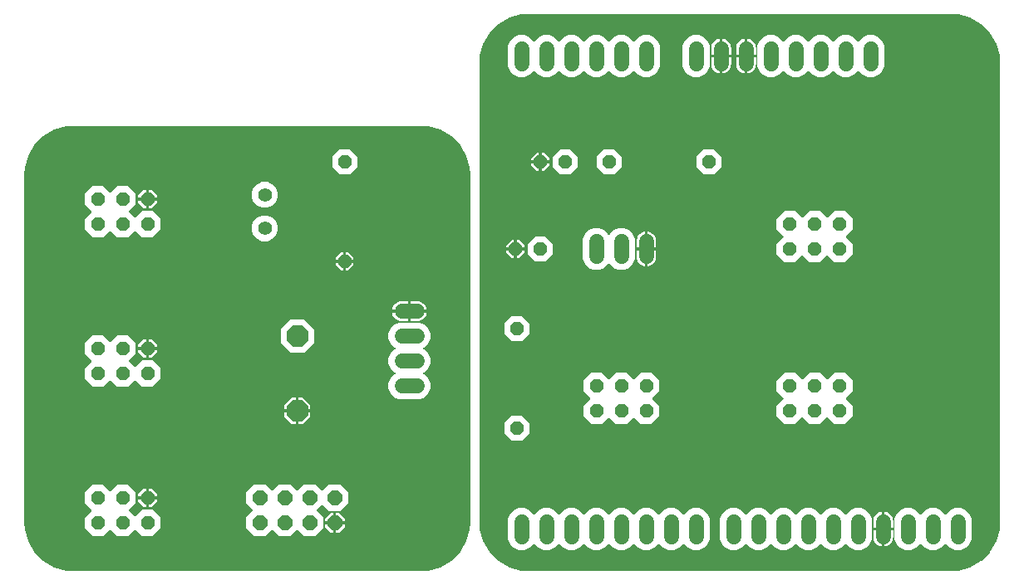
<source format=gbr>
G04 EAGLE Gerber RS-274X export*
G75*
%MOMM*%
%FSLAX34Y34*%
%LPD*%
%INTop Copper*%
%IPPOS*%
%AMOC8*
5,1,8,0,0,1.08239X$1,22.5*%
G01*
%ADD10C,1.400000*%
%ADD11P,1.429621X8X112.500000*%
%ADD12P,1.539592X8X22.500000*%
%ADD13C,1.524000*%
%ADD14P,1.649562X8X22.500000*%
%ADD15P,2.336880X8X112.500000*%
%ADD16C,1.508000*%
%ADD17P,1.429621X8X202.500000*%
%ADD18P,1.429621X8X292.500000*%

G36*
X946168Y1528D02*
X946168Y1528D01*
X946200Y1526D01*
X952532Y1941D01*
X952555Y1947D01*
X952679Y1966D01*
X964913Y5244D01*
X964927Y5250D01*
X964943Y5252D01*
X965096Y5320D01*
X976064Y11652D01*
X976076Y11662D01*
X976091Y11668D01*
X976222Y11773D01*
X985177Y20728D01*
X985186Y20741D01*
X985199Y20751D01*
X985298Y20886D01*
X991630Y31854D01*
X991636Y31869D01*
X991645Y31881D01*
X991706Y32037D01*
X994984Y44271D01*
X994987Y44294D01*
X995009Y44418D01*
X995424Y50750D01*
X995422Y50769D01*
X995425Y50800D01*
X995425Y520700D01*
X995422Y520718D01*
X995422Y520719D01*
X995424Y520737D01*
X995423Y520741D01*
X995424Y520750D01*
X995009Y527082D01*
X995003Y527105D01*
X994984Y527229D01*
X991706Y539463D01*
X991700Y539477D01*
X991698Y539493D01*
X991630Y539646D01*
X985298Y550614D01*
X985288Y550626D01*
X985282Y550641D01*
X985237Y550697D01*
X985221Y550724D01*
X985203Y550740D01*
X985177Y550772D01*
X976222Y559727D01*
X976209Y559736D01*
X976199Y559749D01*
X976064Y559848D01*
X965096Y566180D01*
X965081Y566186D01*
X965069Y566195D01*
X964913Y566256D01*
X952679Y569534D01*
X952656Y569537D01*
X952532Y569559D01*
X946200Y569974D01*
X946181Y569972D01*
X946150Y569975D01*
X514350Y569975D01*
X514332Y569972D01*
X514300Y569974D01*
X507968Y569559D01*
X507945Y569553D01*
X507821Y569534D01*
X495587Y566256D01*
X495573Y566250D01*
X495557Y566248D01*
X495404Y566180D01*
X484436Y559848D01*
X484424Y559838D01*
X484409Y559832D01*
X484278Y559727D01*
X475323Y550772D01*
X475314Y550759D01*
X475301Y550749D01*
X475202Y550614D01*
X468870Y539646D01*
X468864Y539631D01*
X468855Y539619D01*
X468794Y539463D01*
X465516Y527229D01*
X465513Y527206D01*
X465491Y527082D01*
X465076Y520750D01*
X465078Y520731D01*
X465075Y520700D01*
X465075Y50800D01*
X465078Y50781D01*
X465076Y50750D01*
X465491Y44418D01*
X465497Y44395D01*
X465516Y44271D01*
X468794Y32037D01*
X468800Y32023D01*
X468802Y32007D01*
X468870Y31854D01*
X475202Y20886D01*
X475212Y20874D01*
X475218Y20859D01*
X475323Y20728D01*
X484278Y11773D01*
X484291Y11764D01*
X484301Y11751D01*
X484436Y11652D01*
X495404Y5320D01*
X495419Y5314D01*
X495431Y5305D01*
X495587Y5244D01*
X507821Y1966D01*
X507844Y1963D01*
X507968Y1941D01*
X514300Y1526D01*
X514319Y1528D01*
X514350Y1525D01*
X946150Y1525D01*
X946168Y1528D01*
G37*
G36*
X406418Y1528D02*
X406418Y1528D01*
X406450Y1526D01*
X412782Y1941D01*
X412805Y1947D01*
X412929Y1966D01*
X425163Y5244D01*
X425177Y5250D01*
X425193Y5252D01*
X425346Y5320D01*
X436314Y11652D01*
X436326Y11662D01*
X436341Y11668D01*
X436397Y11713D01*
X436424Y11729D01*
X436440Y11747D01*
X436472Y11773D01*
X445427Y20728D01*
X445436Y20741D01*
X445449Y20751D01*
X445548Y20886D01*
X451880Y31854D01*
X451886Y31869D01*
X451895Y31881D01*
X451956Y32037D01*
X455234Y44271D01*
X455237Y44294D01*
X455259Y44418D01*
X455674Y50750D01*
X455672Y50769D01*
X455675Y50800D01*
X455675Y406400D01*
X455672Y406418D01*
X455674Y406450D01*
X455259Y412782D01*
X455253Y412805D01*
X455234Y412929D01*
X451956Y425163D01*
X451950Y425177D01*
X451948Y425193D01*
X451880Y425346D01*
X445548Y436314D01*
X445538Y436326D01*
X445532Y436341D01*
X445427Y436472D01*
X436472Y445427D01*
X436459Y445436D01*
X436449Y445449D01*
X436314Y445548D01*
X425346Y451880D01*
X425331Y451886D01*
X425319Y451895D01*
X425163Y451956D01*
X412929Y455234D01*
X412906Y455237D01*
X412782Y455259D01*
X406450Y455674D01*
X406431Y455672D01*
X406400Y455675D01*
X50800Y455675D01*
X50781Y455672D01*
X50750Y455674D01*
X44418Y455259D01*
X44395Y455253D01*
X44271Y455234D01*
X32037Y451956D01*
X32023Y451950D01*
X32007Y451948D01*
X31854Y451880D01*
X20886Y445548D01*
X20874Y445538D01*
X20859Y445532D01*
X20728Y445427D01*
X11773Y436472D01*
X11764Y436459D01*
X11751Y436449D01*
X11652Y436314D01*
X5320Y425346D01*
X5314Y425331D01*
X5305Y425319D01*
X5244Y425163D01*
X1966Y412929D01*
X1963Y412906D01*
X1941Y412782D01*
X1526Y406450D01*
X1528Y406431D01*
X1525Y406400D01*
X1525Y50800D01*
X1528Y50782D01*
X1526Y50750D01*
X1941Y44418D01*
X1947Y44395D01*
X1966Y44271D01*
X5244Y32037D01*
X5250Y32023D01*
X5252Y32007D01*
X5320Y31854D01*
X11652Y20886D01*
X11662Y20874D01*
X11668Y20859D01*
X11773Y20728D01*
X20728Y11773D01*
X20741Y11764D01*
X20751Y11751D01*
X20886Y11652D01*
X31854Y5320D01*
X31869Y5314D01*
X31881Y5305D01*
X32037Y5244D01*
X44271Y1966D01*
X44294Y1963D01*
X44418Y1941D01*
X50750Y1526D01*
X50769Y1528D01*
X50800Y1525D01*
X406400Y1525D01*
X406418Y1528D01*
G37*
%LPC*%
G36*
X505272Y23113D02*
X505272Y23113D01*
X500230Y25202D01*
X496372Y29060D01*
X494283Y34102D01*
X494283Y54798D01*
X496372Y59840D01*
X500230Y63698D01*
X505272Y65787D01*
X510728Y65787D01*
X515770Y63698D01*
X519628Y59840D01*
X519997Y58951D01*
X520034Y58890D01*
X520064Y58825D01*
X520099Y58786D01*
X520126Y58742D01*
X520181Y58696D01*
X520230Y58643D01*
X520276Y58618D01*
X520316Y58585D01*
X520383Y58559D01*
X520446Y58525D01*
X520497Y58516D01*
X520545Y58497D01*
X520617Y58494D01*
X520688Y58481D01*
X520739Y58489D01*
X520791Y58487D01*
X520860Y58506D01*
X520931Y58517D01*
X520977Y58541D01*
X521027Y58555D01*
X521086Y58596D01*
X521150Y58628D01*
X521187Y58666D01*
X521229Y58695D01*
X521272Y58753D01*
X521322Y58804D01*
X521357Y58867D01*
X521376Y58893D01*
X521383Y58915D01*
X521403Y58951D01*
X521772Y59840D01*
X525630Y63698D01*
X530672Y65787D01*
X536128Y65787D01*
X541170Y63698D01*
X545028Y59840D01*
X545397Y58951D01*
X545434Y58890D01*
X545464Y58825D01*
X545499Y58786D01*
X545526Y58742D01*
X545581Y58696D01*
X545630Y58643D01*
X545676Y58618D01*
X545716Y58585D01*
X545783Y58559D01*
X545846Y58525D01*
X545897Y58516D01*
X545945Y58497D01*
X546017Y58494D01*
X546088Y58481D01*
X546139Y58489D01*
X546191Y58487D01*
X546260Y58506D01*
X546331Y58517D01*
X546377Y58541D01*
X546427Y58555D01*
X546486Y58596D01*
X546550Y58628D01*
X546587Y58666D01*
X546629Y58695D01*
X546672Y58753D01*
X546722Y58804D01*
X546757Y58867D01*
X546776Y58893D01*
X546783Y58915D01*
X546803Y58951D01*
X547172Y59840D01*
X551030Y63698D01*
X556072Y65787D01*
X561528Y65787D01*
X566570Y63698D01*
X570428Y59840D01*
X570797Y58951D01*
X570834Y58890D01*
X570864Y58825D01*
X570899Y58786D01*
X570926Y58742D01*
X570981Y58696D01*
X571030Y58643D01*
X571076Y58618D01*
X571116Y58585D01*
X571183Y58559D01*
X571246Y58525D01*
X571297Y58516D01*
X571345Y58497D01*
X571417Y58494D01*
X571488Y58481D01*
X571539Y58489D01*
X571591Y58487D01*
X571660Y58506D01*
X571731Y58517D01*
X571777Y58541D01*
X571827Y58555D01*
X571886Y58596D01*
X571950Y58628D01*
X571987Y58666D01*
X572029Y58695D01*
X572072Y58753D01*
X572122Y58804D01*
X572157Y58867D01*
X572176Y58893D01*
X572183Y58915D01*
X572203Y58951D01*
X572572Y59840D01*
X576430Y63698D01*
X581472Y65787D01*
X586928Y65787D01*
X591970Y63698D01*
X595828Y59840D01*
X596197Y58951D01*
X596234Y58890D01*
X596264Y58825D01*
X596299Y58786D01*
X596326Y58742D01*
X596381Y58696D01*
X596430Y58643D01*
X596476Y58618D01*
X596516Y58585D01*
X596583Y58559D01*
X596646Y58525D01*
X596697Y58516D01*
X596745Y58497D01*
X596817Y58494D01*
X596888Y58481D01*
X596939Y58489D01*
X596991Y58487D01*
X597060Y58506D01*
X597131Y58517D01*
X597177Y58541D01*
X597227Y58555D01*
X597286Y58596D01*
X597350Y58628D01*
X597387Y58666D01*
X597429Y58695D01*
X597472Y58753D01*
X597522Y58804D01*
X597557Y58867D01*
X597576Y58893D01*
X597583Y58915D01*
X597603Y58951D01*
X597972Y59840D01*
X601830Y63698D01*
X606872Y65787D01*
X612328Y65787D01*
X617370Y63698D01*
X621228Y59840D01*
X621597Y58951D01*
X621634Y58890D01*
X621664Y58825D01*
X621699Y58786D01*
X621726Y58742D01*
X621781Y58696D01*
X621830Y58643D01*
X621876Y58618D01*
X621916Y58585D01*
X621983Y58559D01*
X622046Y58525D01*
X622097Y58516D01*
X622145Y58497D01*
X622217Y58494D01*
X622288Y58481D01*
X622339Y58489D01*
X622391Y58487D01*
X622460Y58506D01*
X622531Y58517D01*
X622577Y58541D01*
X622627Y58555D01*
X622686Y58596D01*
X622750Y58628D01*
X622787Y58666D01*
X622829Y58695D01*
X622872Y58753D01*
X622922Y58804D01*
X622957Y58867D01*
X622976Y58893D01*
X622983Y58915D01*
X623003Y58951D01*
X623372Y59840D01*
X627230Y63698D01*
X632272Y65787D01*
X637728Y65787D01*
X642770Y63698D01*
X646628Y59840D01*
X646997Y58951D01*
X647034Y58890D01*
X647064Y58825D01*
X647099Y58786D01*
X647126Y58742D01*
X647181Y58696D01*
X647230Y58643D01*
X647276Y58618D01*
X647316Y58585D01*
X647383Y58559D01*
X647446Y58525D01*
X647497Y58516D01*
X647545Y58497D01*
X647617Y58494D01*
X647688Y58481D01*
X647739Y58489D01*
X647791Y58487D01*
X647860Y58506D01*
X647931Y58517D01*
X647977Y58541D01*
X648027Y58555D01*
X648086Y58596D01*
X648150Y58628D01*
X648187Y58666D01*
X648229Y58695D01*
X648272Y58753D01*
X648322Y58804D01*
X648357Y58867D01*
X648376Y58893D01*
X648383Y58915D01*
X648403Y58951D01*
X648772Y59840D01*
X652630Y63698D01*
X657672Y65787D01*
X663128Y65787D01*
X668170Y63698D01*
X672028Y59840D01*
X672397Y58951D01*
X672434Y58890D01*
X672464Y58825D01*
X672499Y58786D01*
X672526Y58742D01*
X672581Y58696D01*
X672630Y58643D01*
X672676Y58618D01*
X672716Y58585D01*
X672783Y58559D01*
X672846Y58525D01*
X672897Y58516D01*
X672945Y58497D01*
X673017Y58494D01*
X673088Y58481D01*
X673139Y58489D01*
X673191Y58487D01*
X673260Y58506D01*
X673331Y58517D01*
X673377Y58541D01*
X673427Y58555D01*
X673486Y58596D01*
X673550Y58628D01*
X673587Y58666D01*
X673629Y58695D01*
X673672Y58753D01*
X673722Y58804D01*
X673757Y58867D01*
X673776Y58893D01*
X673783Y58915D01*
X673803Y58951D01*
X674172Y59840D01*
X678030Y63698D01*
X683072Y65787D01*
X688528Y65787D01*
X693570Y63698D01*
X697428Y59840D01*
X699517Y54798D01*
X699517Y34102D01*
X697428Y29060D01*
X693570Y25202D01*
X688528Y23113D01*
X683072Y23113D01*
X678030Y25202D01*
X674172Y29060D01*
X673803Y29949D01*
X673766Y30010D01*
X673736Y30075D01*
X673701Y30114D01*
X673674Y30158D01*
X673618Y30204D01*
X673570Y30257D01*
X673524Y30282D01*
X673484Y30315D01*
X673417Y30341D01*
X673354Y30375D01*
X673303Y30384D01*
X673255Y30403D01*
X673183Y30406D01*
X673112Y30419D01*
X673061Y30411D01*
X673009Y30413D01*
X672940Y30394D01*
X672869Y30383D01*
X672823Y30359D01*
X672773Y30345D01*
X672714Y30304D01*
X672650Y30272D01*
X672613Y30234D01*
X672571Y30205D01*
X672528Y30147D01*
X672478Y30096D01*
X672443Y30033D01*
X672424Y30007D01*
X672416Y29985D01*
X672397Y29949D01*
X672028Y29060D01*
X668170Y25202D01*
X663128Y23113D01*
X657672Y23113D01*
X652630Y25202D01*
X648772Y29060D01*
X648403Y29949D01*
X648366Y30010D01*
X648336Y30075D01*
X648301Y30114D01*
X648274Y30158D01*
X648218Y30204D01*
X648170Y30257D01*
X648124Y30282D01*
X648084Y30315D01*
X648017Y30341D01*
X647954Y30375D01*
X647903Y30384D01*
X647855Y30403D01*
X647783Y30406D01*
X647712Y30419D01*
X647661Y30411D01*
X647609Y30413D01*
X647540Y30394D01*
X647469Y30383D01*
X647423Y30359D01*
X647373Y30345D01*
X647314Y30304D01*
X647250Y30272D01*
X647213Y30234D01*
X647171Y30205D01*
X647128Y30147D01*
X647078Y30096D01*
X647043Y30033D01*
X647024Y30007D01*
X647016Y29985D01*
X646997Y29949D01*
X646628Y29060D01*
X642770Y25202D01*
X637728Y23113D01*
X632272Y23113D01*
X627230Y25202D01*
X623372Y29060D01*
X623003Y29949D01*
X622966Y30010D01*
X622936Y30075D01*
X622901Y30114D01*
X622874Y30158D01*
X622818Y30204D01*
X622770Y30257D01*
X622724Y30282D01*
X622684Y30315D01*
X622617Y30341D01*
X622554Y30375D01*
X622503Y30384D01*
X622455Y30403D01*
X622383Y30406D01*
X622312Y30419D01*
X622261Y30411D01*
X622209Y30413D01*
X622140Y30394D01*
X622069Y30383D01*
X622023Y30359D01*
X621973Y30345D01*
X621914Y30304D01*
X621850Y30272D01*
X621813Y30234D01*
X621771Y30205D01*
X621728Y30147D01*
X621678Y30096D01*
X621643Y30033D01*
X621624Y30007D01*
X621616Y29985D01*
X621597Y29949D01*
X621228Y29060D01*
X617370Y25202D01*
X612328Y23113D01*
X606872Y23113D01*
X601830Y25202D01*
X597972Y29060D01*
X597603Y29949D01*
X597566Y30010D01*
X597536Y30075D01*
X597501Y30114D01*
X597474Y30158D01*
X597418Y30204D01*
X597370Y30257D01*
X597324Y30282D01*
X597284Y30315D01*
X597217Y30341D01*
X597154Y30375D01*
X597103Y30384D01*
X597055Y30403D01*
X596983Y30406D01*
X596912Y30419D01*
X596861Y30411D01*
X596809Y30413D01*
X596740Y30394D01*
X596669Y30383D01*
X596623Y30359D01*
X596573Y30345D01*
X596514Y30304D01*
X596450Y30272D01*
X596413Y30234D01*
X596371Y30205D01*
X596328Y30147D01*
X596278Y30096D01*
X596243Y30033D01*
X596224Y30007D01*
X596216Y29985D01*
X596197Y29949D01*
X595828Y29060D01*
X591970Y25202D01*
X586928Y23113D01*
X581472Y23113D01*
X576430Y25202D01*
X572572Y29060D01*
X572203Y29949D01*
X572166Y30010D01*
X572136Y30075D01*
X572101Y30114D01*
X572074Y30158D01*
X572018Y30204D01*
X571970Y30257D01*
X571924Y30282D01*
X571884Y30315D01*
X571817Y30341D01*
X571754Y30375D01*
X571703Y30384D01*
X571655Y30403D01*
X571583Y30406D01*
X571512Y30419D01*
X571461Y30411D01*
X571409Y30413D01*
X571340Y30394D01*
X571269Y30383D01*
X571223Y30359D01*
X571173Y30345D01*
X571114Y30304D01*
X571050Y30272D01*
X571013Y30234D01*
X570971Y30205D01*
X570928Y30147D01*
X570878Y30096D01*
X570843Y30033D01*
X570824Y30007D01*
X570816Y29985D01*
X570797Y29949D01*
X570428Y29060D01*
X566570Y25202D01*
X561528Y23113D01*
X556072Y23113D01*
X551030Y25202D01*
X547172Y29060D01*
X546803Y29949D01*
X546766Y30010D01*
X546736Y30075D01*
X546701Y30114D01*
X546674Y30158D01*
X546618Y30204D01*
X546570Y30257D01*
X546524Y30282D01*
X546484Y30315D01*
X546417Y30341D01*
X546354Y30375D01*
X546303Y30384D01*
X546255Y30403D01*
X546183Y30406D01*
X546112Y30419D01*
X546061Y30411D01*
X546009Y30413D01*
X545940Y30394D01*
X545869Y30383D01*
X545823Y30359D01*
X545773Y30345D01*
X545714Y30304D01*
X545650Y30272D01*
X545613Y30234D01*
X545571Y30205D01*
X545528Y30147D01*
X545478Y30096D01*
X545443Y30033D01*
X545424Y30007D01*
X545416Y29985D01*
X545397Y29949D01*
X545028Y29060D01*
X541170Y25202D01*
X536128Y23113D01*
X530672Y23113D01*
X525630Y25202D01*
X521772Y29060D01*
X521403Y29949D01*
X521366Y30010D01*
X521336Y30075D01*
X521301Y30114D01*
X521274Y30158D01*
X521218Y30204D01*
X521170Y30257D01*
X521124Y30282D01*
X521084Y30315D01*
X521017Y30341D01*
X520954Y30375D01*
X520903Y30384D01*
X520855Y30403D01*
X520783Y30406D01*
X520712Y30419D01*
X520661Y30411D01*
X520609Y30413D01*
X520540Y30394D01*
X520469Y30383D01*
X520423Y30359D01*
X520373Y30345D01*
X520314Y30304D01*
X520250Y30272D01*
X520213Y30234D01*
X520171Y30205D01*
X520128Y30147D01*
X520078Y30096D01*
X520043Y30033D01*
X520024Y30007D01*
X520016Y29985D01*
X519997Y29949D01*
X519628Y29060D01*
X515770Y25202D01*
X510728Y23113D01*
X505272Y23113D01*
G37*
%LPD*%
%LPC*%
G36*
X505272Y505713D02*
X505272Y505713D01*
X500230Y507802D01*
X496372Y511660D01*
X494283Y516702D01*
X494283Y537398D01*
X496372Y542440D01*
X500230Y546298D01*
X505272Y548387D01*
X510728Y548387D01*
X515770Y546298D01*
X519628Y542440D01*
X519997Y541551D01*
X520034Y541490D01*
X520064Y541425D01*
X520099Y541386D01*
X520126Y541342D01*
X520181Y541296D01*
X520230Y541243D01*
X520276Y541218D01*
X520316Y541185D01*
X520383Y541159D01*
X520446Y541125D01*
X520497Y541116D01*
X520545Y541097D01*
X520617Y541094D01*
X520688Y541081D01*
X520739Y541089D01*
X520791Y541087D01*
X520860Y541106D01*
X520931Y541117D01*
X520977Y541141D01*
X521027Y541155D01*
X521086Y541196D01*
X521150Y541228D01*
X521187Y541266D01*
X521229Y541295D01*
X521272Y541353D01*
X521322Y541404D01*
X521357Y541467D01*
X521376Y541493D01*
X521383Y541515D01*
X521403Y541551D01*
X521772Y542440D01*
X525630Y546298D01*
X530672Y548387D01*
X536128Y548387D01*
X541170Y546298D01*
X545028Y542440D01*
X545397Y541551D01*
X545434Y541490D01*
X545464Y541425D01*
X545499Y541386D01*
X545526Y541342D01*
X545582Y541296D01*
X545630Y541243D01*
X545676Y541218D01*
X545716Y541185D01*
X545783Y541159D01*
X545846Y541125D01*
X545897Y541116D01*
X545945Y541097D01*
X546017Y541094D01*
X546088Y541081D01*
X546139Y541089D01*
X546191Y541087D01*
X546260Y541107D01*
X546331Y541117D01*
X546377Y541141D01*
X546427Y541155D01*
X546486Y541196D01*
X546550Y541228D01*
X546587Y541266D01*
X546629Y541295D01*
X546672Y541353D01*
X546722Y541404D01*
X546757Y541467D01*
X546776Y541493D01*
X546783Y541515D01*
X546803Y541551D01*
X547172Y542440D01*
X551030Y546298D01*
X556072Y548387D01*
X561528Y548387D01*
X566570Y546298D01*
X570428Y542440D01*
X570797Y541551D01*
X570834Y541490D01*
X570864Y541425D01*
X570899Y541386D01*
X570926Y541342D01*
X570982Y541296D01*
X571030Y541243D01*
X571076Y541218D01*
X571116Y541185D01*
X571183Y541159D01*
X571246Y541125D01*
X571297Y541116D01*
X571345Y541097D01*
X571417Y541094D01*
X571488Y541081D01*
X571539Y541089D01*
X571591Y541087D01*
X571660Y541107D01*
X571731Y541117D01*
X571777Y541141D01*
X571827Y541155D01*
X571886Y541196D01*
X571950Y541228D01*
X571987Y541266D01*
X572029Y541295D01*
X572072Y541353D01*
X572122Y541404D01*
X572157Y541467D01*
X572176Y541493D01*
X572183Y541515D01*
X572203Y541551D01*
X572572Y542440D01*
X576430Y546298D01*
X581472Y548387D01*
X586928Y548387D01*
X591970Y546298D01*
X595828Y542440D01*
X596197Y541551D01*
X596234Y541490D01*
X596264Y541425D01*
X596299Y541386D01*
X596326Y541342D01*
X596382Y541296D01*
X596430Y541243D01*
X596476Y541218D01*
X596516Y541185D01*
X596583Y541159D01*
X596646Y541125D01*
X596697Y541116D01*
X596745Y541097D01*
X596817Y541094D01*
X596888Y541081D01*
X596939Y541089D01*
X596991Y541087D01*
X597060Y541106D01*
X597131Y541117D01*
X597177Y541141D01*
X597227Y541155D01*
X597286Y541196D01*
X597350Y541228D01*
X597387Y541266D01*
X597429Y541295D01*
X597472Y541353D01*
X597522Y541404D01*
X597557Y541467D01*
X597576Y541493D01*
X597584Y541515D01*
X597603Y541551D01*
X597972Y542440D01*
X601830Y546298D01*
X606872Y548387D01*
X612328Y548387D01*
X617370Y546298D01*
X621228Y542440D01*
X621597Y541551D01*
X621634Y541490D01*
X621664Y541425D01*
X621699Y541386D01*
X621726Y541342D01*
X621782Y541296D01*
X621830Y541243D01*
X621876Y541218D01*
X621916Y541185D01*
X621983Y541159D01*
X622046Y541125D01*
X622097Y541116D01*
X622145Y541097D01*
X622217Y541094D01*
X622288Y541081D01*
X622339Y541089D01*
X622391Y541087D01*
X622460Y541106D01*
X622531Y541117D01*
X622577Y541141D01*
X622627Y541155D01*
X622686Y541196D01*
X622750Y541228D01*
X622787Y541266D01*
X622829Y541295D01*
X622872Y541353D01*
X622922Y541404D01*
X622957Y541467D01*
X622976Y541493D01*
X622984Y541515D01*
X623003Y541551D01*
X623372Y542440D01*
X627230Y546298D01*
X632272Y548387D01*
X637728Y548387D01*
X642770Y546298D01*
X646628Y542440D01*
X648717Y537398D01*
X648717Y516702D01*
X646628Y511660D01*
X642770Y507802D01*
X637728Y505713D01*
X632272Y505713D01*
X627230Y507802D01*
X623372Y511660D01*
X623003Y512549D01*
X622966Y512610D01*
X622936Y512675D01*
X622901Y512714D01*
X622874Y512758D01*
X622819Y512804D01*
X622770Y512857D01*
X622724Y512882D01*
X622684Y512915D01*
X622617Y512941D01*
X622554Y512975D01*
X622503Y512984D01*
X622455Y513003D01*
X622383Y513006D01*
X622312Y513019D01*
X622261Y513011D01*
X622209Y513013D01*
X622140Y512994D01*
X622069Y512983D01*
X622023Y512959D01*
X621973Y512945D01*
X621914Y512904D01*
X621850Y512872D01*
X621813Y512834D01*
X621771Y512805D01*
X621728Y512747D01*
X621678Y512696D01*
X621643Y512633D01*
X621624Y512607D01*
X621617Y512585D01*
X621597Y512549D01*
X621228Y511660D01*
X617370Y507802D01*
X612328Y505713D01*
X606872Y505713D01*
X601830Y507802D01*
X597972Y511660D01*
X597603Y512549D01*
X597566Y512610D01*
X597536Y512675D01*
X597501Y512714D01*
X597474Y512758D01*
X597419Y512804D01*
X597370Y512857D01*
X597324Y512882D01*
X597284Y512915D01*
X597217Y512941D01*
X597154Y512975D01*
X597103Y512984D01*
X597055Y513003D01*
X596983Y513006D01*
X596912Y513019D01*
X596861Y513011D01*
X596809Y513013D01*
X596740Y512994D01*
X596669Y512983D01*
X596623Y512959D01*
X596573Y512945D01*
X596514Y512904D01*
X596450Y512872D01*
X596413Y512834D01*
X596371Y512805D01*
X596328Y512747D01*
X596278Y512696D01*
X596243Y512633D01*
X596224Y512607D01*
X596217Y512585D01*
X596197Y512549D01*
X595828Y511660D01*
X591970Y507802D01*
X586928Y505713D01*
X581472Y505713D01*
X576430Y507802D01*
X572572Y511660D01*
X572203Y512549D01*
X572166Y512610D01*
X572136Y512675D01*
X572101Y512714D01*
X572074Y512758D01*
X572019Y512804D01*
X571970Y512857D01*
X571924Y512882D01*
X571884Y512915D01*
X571817Y512941D01*
X571754Y512975D01*
X571703Y512984D01*
X571655Y513003D01*
X571583Y513006D01*
X571512Y513019D01*
X571461Y513011D01*
X571409Y513013D01*
X571340Y512993D01*
X571269Y512983D01*
X571223Y512959D01*
X571173Y512945D01*
X571114Y512904D01*
X571050Y512872D01*
X571013Y512834D01*
X570971Y512805D01*
X570928Y512747D01*
X570878Y512696D01*
X570843Y512633D01*
X570824Y512607D01*
X570817Y512585D01*
X570797Y512549D01*
X570428Y511660D01*
X566570Y507802D01*
X561528Y505713D01*
X556072Y505713D01*
X551030Y507802D01*
X547172Y511660D01*
X546803Y512549D01*
X546766Y512610D01*
X546736Y512675D01*
X546701Y512714D01*
X546674Y512758D01*
X546619Y512804D01*
X546570Y512857D01*
X546524Y512882D01*
X546484Y512915D01*
X546417Y512941D01*
X546354Y512975D01*
X546303Y512984D01*
X546255Y513003D01*
X546183Y513006D01*
X546112Y513019D01*
X546061Y513011D01*
X546009Y513013D01*
X545940Y512993D01*
X545869Y512983D01*
X545823Y512959D01*
X545773Y512945D01*
X545714Y512904D01*
X545650Y512872D01*
X545613Y512834D01*
X545571Y512805D01*
X545528Y512747D01*
X545478Y512696D01*
X545443Y512633D01*
X545424Y512607D01*
X545417Y512585D01*
X545397Y512549D01*
X545028Y511660D01*
X541170Y507802D01*
X536128Y505713D01*
X530672Y505713D01*
X525630Y507802D01*
X521772Y511660D01*
X521403Y512549D01*
X521366Y512610D01*
X521336Y512675D01*
X521301Y512714D01*
X521274Y512758D01*
X521218Y512804D01*
X521170Y512857D01*
X521124Y512882D01*
X521084Y512915D01*
X521017Y512941D01*
X520954Y512975D01*
X520903Y512984D01*
X520855Y513003D01*
X520783Y513006D01*
X520712Y513019D01*
X520661Y513011D01*
X520609Y513013D01*
X520540Y512994D01*
X520469Y512983D01*
X520423Y512959D01*
X520373Y512945D01*
X520314Y512904D01*
X520250Y512872D01*
X520213Y512834D01*
X520171Y512805D01*
X520128Y512747D01*
X520078Y512696D01*
X520043Y512633D01*
X520024Y512607D01*
X520016Y512585D01*
X519997Y512549D01*
X519628Y511660D01*
X515770Y507802D01*
X510728Y505713D01*
X505272Y505713D01*
G37*
%LPD*%
%LPC*%
G36*
X721172Y23113D02*
X721172Y23113D01*
X716130Y25202D01*
X712272Y29060D01*
X710183Y34102D01*
X710183Y54798D01*
X712272Y59840D01*
X716130Y63698D01*
X721172Y65787D01*
X726628Y65787D01*
X731670Y63698D01*
X735528Y59840D01*
X735897Y58951D01*
X735934Y58890D01*
X735964Y58825D01*
X735999Y58786D01*
X736026Y58742D01*
X736081Y58696D01*
X736130Y58643D01*
X736176Y58618D01*
X736216Y58585D01*
X736283Y58559D01*
X736346Y58525D01*
X736397Y58516D01*
X736445Y58497D01*
X736517Y58494D01*
X736588Y58481D01*
X736639Y58489D01*
X736691Y58487D01*
X736760Y58506D01*
X736831Y58517D01*
X736877Y58541D01*
X736927Y58555D01*
X736986Y58596D01*
X737050Y58628D01*
X737087Y58666D01*
X737129Y58695D01*
X737172Y58753D01*
X737222Y58804D01*
X737257Y58867D01*
X737276Y58893D01*
X737283Y58915D01*
X737303Y58951D01*
X737672Y59840D01*
X741530Y63698D01*
X746572Y65787D01*
X752028Y65787D01*
X757070Y63698D01*
X760928Y59840D01*
X761297Y58951D01*
X761334Y58890D01*
X761364Y58825D01*
X761399Y58786D01*
X761426Y58742D01*
X761481Y58696D01*
X761530Y58643D01*
X761576Y58618D01*
X761616Y58585D01*
X761683Y58559D01*
X761746Y58525D01*
X761797Y58516D01*
X761845Y58497D01*
X761917Y58494D01*
X761988Y58481D01*
X762039Y58489D01*
X762091Y58487D01*
X762160Y58506D01*
X762231Y58517D01*
X762277Y58541D01*
X762327Y58555D01*
X762386Y58596D01*
X762450Y58628D01*
X762487Y58666D01*
X762529Y58695D01*
X762572Y58753D01*
X762622Y58804D01*
X762657Y58867D01*
X762676Y58893D01*
X762683Y58915D01*
X762703Y58951D01*
X763072Y59840D01*
X766930Y63698D01*
X771972Y65787D01*
X777428Y65787D01*
X782470Y63698D01*
X786328Y59840D01*
X786697Y58951D01*
X786734Y58890D01*
X786764Y58825D01*
X786799Y58786D01*
X786826Y58742D01*
X786881Y58696D01*
X786930Y58643D01*
X786976Y58618D01*
X787016Y58585D01*
X787083Y58559D01*
X787146Y58525D01*
X787197Y58516D01*
X787245Y58497D01*
X787317Y58494D01*
X787388Y58481D01*
X787439Y58489D01*
X787491Y58487D01*
X787560Y58506D01*
X787631Y58517D01*
X787677Y58541D01*
X787727Y58555D01*
X787786Y58596D01*
X787850Y58628D01*
X787887Y58666D01*
X787929Y58695D01*
X787972Y58753D01*
X788022Y58804D01*
X788057Y58867D01*
X788076Y58893D01*
X788083Y58915D01*
X788103Y58951D01*
X788472Y59840D01*
X792330Y63698D01*
X797372Y65787D01*
X802828Y65787D01*
X807870Y63698D01*
X811728Y59840D01*
X812097Y58951D01*
X812134Y58890D01*
X812164Y58825D01*
X812199Y58786D01*
X812226Y58742D01*
X812281Y58696D01*
X812330Y58643D01*
X812376Y58618D01*
X812416Y58585D01*
X812483Y58559D01*
X812546Y58525D01*
X812597Y58516D01*
X812645Y58497D01*
X812717Y58494D01*
X812788Y58481D01*
X812839Y58489D01*
X812891Y58487D01*
X812960Y58506D01*
X813031Y58517D01*
X813077Y58541D01*
X813127Y58555D01*
X813186Y58596D01*
X813250Y58628D01*
X813287Y58666D01*
X813329Y58695D01*
X813372Y58753D01*
X813422Y58804D01*
X813457Y58867D01*
X813476Y58893D01*
X813483Y58915D01*
X813503Y58951D01*
X813872Y59840D01*
X817730Y63698D01*
X822772Y65787D01*
X828228Y65787D01*
X833270Y63698D01*
X837128Y59840D01*
X837497Y58951D01*
X837534Y58890D01*
X837564Y58825D01*
X837599Y58786D01*
X837626Y58742D01*
X837681Y58696D01*
X837730Y58643D01*
X837776Y58618D01*
X837816Y58585D01*
X837883Y58559D01*
X837946Y58525D01*
X837997Y58516D01*
X838045Y58497D01*
X838117Y58494D01*
X838188Y58481D01*
X838239Y58489D01*
X838291Y58487D01*
X838360Y58506D01*
X838431Y58517D01*
X838477Y58541D01*
X838527Y58555D01*
X838586Y58596D01*
X838650Y58628D01*
X838687Y58666D01*
X838729Y58695D01*
X838772Y58753D01*
X838822Y58804D01*
X838857Y58867D01*
X838876Y58893D01*
X838883Y58915D01*
X838903Y58951D01*
X839272Y59840D01*
X843130Y63698D01*
X848172Y65787D01*
X853628Y65787D01*
X858670Y63698D01*
X862528Y59840D01*
X864617Y54798D01*
X864617Y34102D01*
X862528Y29060D01*
X858670Y25202D01*
X853628Y23113D01*
X848172Y23113D01*
X843130Y25202D01*
X839272Y29060D01*
X838903Y29949D01*
X838866Y30010D01*
X838836Y30075D01*
X838801Y30114D01*
X838774Y30158D01*
X838718Y30204D01*
X838670Y30257D01*
X838624Y30282D01*
X838584Y30315D01*
X838517Y30341D01*
X838454Y30375D01*
X838403Y30384D01*
X838355Y30403D01*
X838283Y30406D01*
X838212Y30419D01*
X838161Y30411D01*
X838109Y30413D01*
X838040Y30394D01*
X837969Y30383D01*
X837923Y30359D01*
X837873Y30345D01*
X837814Y30304D01*
X837750Y30272D01*
X837713Y30234D01*
X837671Y30205D01*
X837628Y30147D01*
X837578Y30096D01*
X837543Y30033D01*
X837524Y30007D01*
X837516Y29985D01*
X837497Y29949D01*
X837128Y29060D01*
X833270Y25202D01*
X828228Y23113D01*
X822772Y23113D01*
X817730Y25202D01*
X813872Y29060D01*
X813503Y29949D01*
X813466Y30010D01*
X813436Y30075D01*
X813401Y30114D01*
X813374Y30158D01*
X813318Y30204D01*
X813270Y30257D01*
X813224Y30282D01*
X813184Y30315D01*
X813117Y30341D01*
X813054Y30375D01*
X813003Y30384D01*
X812955Y30403D01*
X812883Y30406D01*
X812812Y30419D01*
X812761Y30411D01*
X812709Y30413D01*
X812640Y30394D01*
X812569Y30383D01*
X812523Y30359D01*
X812473Y30345D01*
X812414Y30304D01*
X812350Y30272D01*
X812313Y30234D01*
X812271Y30205D01*
X812228Y30147D01*
X812178Y30096D01*
X812143Y30033D01*
X812124Y30007D01*
X812116Y29985D01*
X812097Y29949D01*
X811728Y29060D01*
X807870Y25202D01*
X802828Y23113D01*
X797372Y23113D01*
X792330Y25202D01*
X788472Y29060D01*
X788103Y29949D01*
X788066Y30010D01*
X788036Y30075D01*
X788001Y30114D01*
X787974Y30158D01*
X787918Y30204D01*
X787870Y30257D01*
X787824Y30282D01*
X787784Y30315D01*
X787717Y30341D01*
X787654Y30375D01*
X787603Y30384D01*
X787555Y30403D01*
X787483Y30406D01*
X787412Y30419D01*
X787361Y30411D01*
X787309Y30413D01*
X787240Y30394D01*
X787169Y30383D01*
X787123Y30359D01*
X787073Y30345D01*
X787014Y30304D01*
X786950Y30272D01*
X786913Y30234D01*
X786871Y30205D01*
X786828Y30147D01*
X786778Y30096D01*
X786743Y30033D01*
X786724Y30007D01*
X786716Y29985D01*
X786697Y29949D01*
X786328Y29060D01*
X782470Y25202D01*
X777428Y23113D01*
X771972Y23113D01*
X766930Y25202D01*
X763072Y29060D01*
X762703Y29949D01*
X762666Y30010D01*
X762636Y30075D01*
X762601Y30114D01*
X762574Y30158D01*
X762518Y30204D01*
X762470Y30257D01*
X762424Y30282D01*
X762384Y30315D01*
X762317Y30341D01*
X762254Y30375D01*
X762203Y30384D01*
X762155Y30403D01*
X762083Y30406D01*
X762012Y30419D01*
X761961Y30411D01*
X761909Y30413D01*
X761840Y30394D01*
X761769Y30383D01*
X761723Y30359D01*
X761673Y30345D01*
X761614Y30304D01*
X761550Y30272D01*
X761513Y30234D01*
X761471Y30205D01*
X761428Y30147D01*
X761378Y30096D01*
X761343Y30033D01*
X761324Y30007D01*
X761316Y29985D01*
X761297Y29949D01*
X760928Y29060D01*
X757070Y25202D01*
X752028Y23113D01*
X746572Y23113D01*
X741530Y25202D01*
X737672Y29060D01*
X737303Y29949D01*
X737266Y30010D01*
X737236Y30075D01*
X737201Y30114D01*
X737174Y30158D01*
X737118Y30204D01*
X737070Y30257D01*
X737024Y30282D01*
X736984Y30315D01*
X736917Y30341D01*
X736854Y30375D01*
X736803Y30384D01*
X736755Y30403D01*
X736683Y30406D01*
X736612Y30419D01*
X736561Y30411D01*
X736509Y30413D01*
X736440Y30394D01*
X736369Y30383D01*
X736323Y30359D01*
X736273Y30345D01*
X736214Y30304D01*
X736150Y30272D01*
X736113Y30234D01*
X736071Y30205D01*
X736028Y30147D01*
X735978Y30096D01*
X735943Y30033D01*
X735924Y30007D01*
X735916Y29985D01*
X735897Y29949D01*
X735528Y29060D01*
X731670Y25202D01*
X726628Y23113D01*
X721172Y23113D01*
G37*
%LPD*%
%LPC*%
G36*
X759272Y505713D02*
X759272Y505713D01*
X754230Y507802D01*
X750372Y511660D01*
X748283Y516702D01*
X748283Y537398D01*
X750372Y542440D01*
X754230Y546298D01*
X759272Y548387D01*
X764728Y548387D01*
X769770Y546298D01*
X773628Y542440D01*
X773997Y541551D01*
X774034Y541490D01*
X774064Y541425D01*
X774099Y541386D01*
X774126Y541342D01*
X774182Y541296D01*
X774230Y541243D01*
X774276Y541218D01*
X774316Y541185D01*
X774383Y541159D01*
X774446Y541125D01*
X774497Y541116D01*
X774545Y541097D01*
X774617Y541094D01*
X774688Y541081D01*
X774739Y541089D01*
X774791Y541087D01*
X774860Y541106D01*
X774931Y541117D01*
X774977Y541141D01*
X775027Y541155D01*
X775086Y541196D01*
X775150Y541228D01*
X775187Y541266D01*
X775229Y541295D01*
X775272Y541353D01*
X775322Y541404D01*
X775357Y541467D01*
X775376Y541493D01*
X775384Y541515D01*
X775403Y541551D01*
X775772Y542440D01*
X779630Y546298D01*
X784672Y548387D01*
X790128Y548387D01*
X795170Y546298D01*
X799028Y542440D01*
X799397Y541551D01*
X799434Y541490D01*
X799464Y541425D01*
X799499Y541386D01*
X799526Y541342D01*
X799582Y541296D01*
X799630Y541243D01*
X799676Y541218D01*
X799716Y541185D01*
X799783Y541159D01*
X799846Y541125D01*
X799897Y541116D01*
X799945Y541097D01*
X800017Y541094D01*
X800088Y541081D01*
X800139Y541089D01*
X800191Y541087D01*
X800260Y541106D01*
X800331Y541117D01*
X800377Y541141D01*
X800427Y541155D01*
X800486Y541196D01*
X800550Y541228D01*
X800587Y541266D01*
X800629Y541295D01*
X800672Y541353D01*
X800722Y541404D01*
X800757Y541467D01*
X800776Y541493D01*
X800784Y541515D01*
X800803Y541551D01*
X801172Y542440D01*
X805030Y546298D01*
X810072Y548387D01*
X815528Y548387D01*
X820570Y546298D01*
X824428Y542440D01*
X824797Y541551D01*
X824834Y541490D01*
X824864Y541425D01*
X824899Y541386D01*
X824926Y541342D01*
X824981Y541296D01*
X825030Y541243D01*
X825076Y541218D01*
X825116Y541185D01*
X825183Y541159D01*
X825246Y541125D01*
X825297Y541116D01*
X825345Y541097D01*
X825417Y541094D01*
X825488Y541081D01*
X825539Y541089D01*
X825591Y541087D01*
X825660Y541106D01*
X825731Y541117D01*
X825777Y541141D01*
X825827Y541155D01*
X825886Y541196D01*
X825950Y541228D01*
X825987Y541266D01*
X826029Y541295D01*
X826072Y541353D01*
X826122Y541404D01*
X826157Y541467D01*
X826176Y541493D01*
X826183Y541515D01*
X826203Y541551D01*
X826572Y542440D01*
X830430Y546298D01*
X835472Y548387D01*
X840928Y548387D01*
X845970Y546298D01*
X849828Y542440D01*
X850197Y541551D01*
X850234Y541490D01*
X850264Y541425D01*
X850299Y541386D01*
X850326Y541342D01*
X850381Y541296D01*
X850430Y541243D01*
X850476Y541218D01*
X850516Y541185D01*
X850583Y541159D01*
X850646Y541125D01*
X850697Y541116D01*
X850745Y541097D01*
X850817Y541094D01*
X850888Y541081D01*
X850939Y541089D01*
X850991Y541087D01*
X851060Y541106D01*
X851131Y541117D01*
X851177Y541141D01*
X851227Y541155D01*
X851286Y541196D01*
X851350Y541228D01*
X851387Y541266D01*
X851429Y541295D01*
X851472Y541353D01*
X851522Y541404D01*
X851557Y541467D01*
X851576Y541493D01*
X851583Y541515D01*
X851603Y541551D01*
X851972Y542440D01*
X855830Y546298D01*
X860872Y548387D01*
X866328Y548387D01*
X871370Y546298D01*
X875228Y542440D01*
X877317Y537398D01*
X877317Y516702D01*
X875228Y511660D01*
X871370Y507802D01*
X866328Y505713D01*
X860872Y505713D01*
X855830Y507802D01*
X851972Y511660D01*
X851603Y512549D01*
X851566Y512610D01*
X851536Y512675D01*
X851501Y512714D01*
X851474Y512758D01*
X851418Y512804D01*
X851370Y512857D01*
X851324Y512882D01*
X851284Y512915D01*
X851217Y512941D01*
X851154Y512975D01*
X851103Y512984D01*
X851055Y513003D01*
X850983Y513006D01*
X850912Y513019D01*
X850861Y513011D01*
X850809Y513013D01*
X850740Y512994D01*
X850669Y512983D01*
X850623Y512959D01*
X850573Y512945D01*
X850514Y512904D01*
X850450Y512872D01*
X850413Y512834D01*
X850371Y512805D01*
X850328Y512747D01*
X850278Y512696D01*
X850243Y512633D01*
X850224Y512607D01*
X850216Y512585D01*
X850197Y512549D01*
X849828Y511660D01*
X845970Y507802D01*
X840928Y505713D01*
X835472Y505713D01*
X830430Y507802D01*
X826572Y511660D01*
X826203Y512549D01*
X826166Y512610D01*
X826136Y512675D01*
X826101Y512714D01*
X826074Y512758D01*
X826018Y512804D01*
X825970Y512857D01*
X825924Y512882D01*
X825884Y512915D01*
X825817Y512941D01*
X825754Y512975D01*
X825703Y512984D01*
X825655Y513003D01*
X825583Y513006D01*
X825512Y513019D01*
X825461Y513011D01*
X825409Y513013D01*
X825340Y512994D01*
X825269Y512983D01*
X825223Y512959D01*
X825173Y512945D01*
X825114Y512904D01*
X825050Y512872D01*
X825013Y512834D01*
X824971Y512805D01*
X824928Y512747D01*
X824878Y512696D01*
X824843Y512633D01*
X824824Y512607D01*
X824816Y512585D01*
X824797Y512549D01*
X824428Y511660D01*
X820570Y507802D01*
X815528Y505713D01*
X810072Y505713D01*
X805030Y507802D01*
X801172Y511660D01*
X800803Y512549D01*
X800766Y512610D01*
X800736Y512675D01*
X800701Y512714D01*
X800674Y512758D01*
X800619Y512804D01*
X800570Y512857D01*
X800524Y512882D01*
X800484Y512915D01*
X800417Y512941D01*
X800354Y512975D01*
X800303Y512984D01*
X800255Y513003D01*
X800183Y513006D01*
X800112Y513019D01*
X800061Y513011D01*
X800009Y513013D01*
X799940Y512994D01*
X799869Y512983D01*
X799823Y512959D01*
X799773Y512945D01*
X799714Y512904D01*
X799650Y512872D01*
X799613Y512834D01*
X799571Y512805D01*
X799528Y512747D01*
X799478Y512696D01*
X799443Y512633D01*
X799424Y512607D01*
X799417Y512585D01*
X799397Y512549D01*
X799028Y511660D01*
X795170Y507802D01*
X790128Y505713D01*
X784672Y505713D01*
X779630Y507802D01*
X775772Y511660D01*
X775403Y512549D01*
X775366Y512610D01*
X775336Y512675D01*
X775301Y512714D01*
X775274Y512758D01*
X775219Y512804D01*
X775170Y512857D01*
X775124Y512882D01*
X775084Y512915D01*
X775017Y512941D01*
X774954Y512975D01*
X774903Y512984D01*
X774855Y513003D01*
X774783Y513006D01*
X774712Y513019D01*
X774661Y513011D01*
X774609Y513013D01*
X774540Y512994D01*
X774469Y512983D01*
X774423Y512959D01*
X774373Y512945D01*
X774314Y512904D01*
X774250Y512872D01*
X774213Y512834D01*
X774171Y512805D01*
X774128Y512747D01*
X774078Y512696D01*
X774043Y512633D01*
X774024Y512607D01*
X774017Y512585D01*
X773997Y512549D01*
X773628Y511660D01*
X769770Y507802D01*
X764728Y505713D01*
X759272Y505713D01*
G37*
%LPD*%
%LPC*%
G36*
X235618Y37083D02*
X235618Y37083D01*
X227583Y45118D01*
X227583Y56482D01*
X234063Y62962D01*
X234075Y62978D01*
X234091Y62990D01*
X234147Y63078D01*
X234207Y63161D01*
X234213Y63180D01*
X234224Y63197D01*
X234249Y63298D01*
X234279Y63397D01*
X234279Y63416D01*
X234284Y63436D01*
X234276Y63539D01*
X234273Y63642D01*
X234266Y63661D01*
X234264Y63681D01*
X234224Y63776D01*
X234188Y63873D01*
X234176Y63889D01*
X234168Y63907D01*
X234063Y64038D01*
X227583Y70518D01*
X227583Y81882D01*
X235618Y89917D01*
X246982Y89917D01*
X253462Y83437D01*
X253478Y83425D01*
X253490Y83409D01*
X253578Y83353D01*
X253661Y83293D01*
X253680Y83287D01*
X253697Y83276D01*
X253798Y83251D01*
X253897Y83221D01*
X253916Y83221D01*
X253936Y83216D01*
X254039Y83224D01*
X254142Y83227D01*
X254161Y83234D01*
X254181Y83236D01*
X254276Y83276D01*
X254373Y83312D01*
X254389Y83324D01*
X254407Y83332D01*
X254538Y83437D01*
X261018Y89917D01*
X272382Y89917D01*
X278862Y83437D01*
X278878Y83425D01*
X278890Y83409D01*
X278978Y83353D01*
X279061Y83293D01*
X279080Y83287D01*
X279097Y83276D01*
X279198Y83251D01*
X279297Y83221D01*
X279316Y83221D01*
X279336Y83216D01*
X279439Y83224D01*
X279542Y83227D01*
X279561Y83234D01*
X279581Y83236D01*
X279676Y83276D01*
X279773Y83312D01*
X279789Y83324D01*
X279807Y83332D01*
X279938Y83437D01*
X286418Y89917D01*
X297782Y89917D01*
X304262Y83437D01*
X304278Y83425D01*
X304290Y83409D01*
X304378Y83353D01*
X304461Y83293D01*
X304480Y83287D01*
X304497Y83276D01*
X304598Y83251D01*
X304697Y83221D01*
X304716Y83221D01*
X304736Y83216D01*
X304839Y83224D01*
X304942Y83227D01*
X304961Y83234D01*
X304981Y83236D01*
X305076Y83276D01*
X305173Y83312D01*
X305189Y83324D01*
X305207Y83332D01*
X305338Y83437D01*
X311818Y89917D01*
X323182Y89917D01*
X331217Y81882D01*
X331217Y70518D01*
X323182Y62483D01*
X311818Y62483D01*
X305338Y68963D01*
X305322Y68975D01*
X305310Y68991D01*
X305222Y69047D01*
X305139Y69107D01*
X305120Y69113D01*
X305103Y69124D01*
X305002Y69149D01*
X304903Y69179D01*
X304884Y69179D01*
X304864Y69184D01*
X304761Y69176D01*
X304658Y69173D01*
X304639Y69166D01*
X304619Y69164D01*
X304524Y69124D01*
X304427Y69088D01*
X304411Y69076D01*
X304393Y69068D01*
X304262Y68963D01*
X299337Y64038D01*
X299325Y64022D01*
X299309Y64010D01*
X299253Y63923D01*
X299193Y63839D01*
X299187Y63819D01*
X299176Y63803D01*
X299151Y63702D01*
X299121Y63603D01*
X299121Y63584D01*
X299116Y63564D01*
X299124Y63461D01*
X299127Y63358D01*
X299134Y63339D01*
X299136Y63319D01*
X299176Y63224D01*
X299212Y63127D01*
X299224Y63111D01*
X299232Y63093D01*
X299337Y62962D01*
X305817Y56482D01*
X305817Y45118D01*
X297782Y37083D01*
X286418Y37083D01*
X279938Y43563D01*
X279922Y43575D01*
X279910Y43591D01*
X279822Y43647D01*
X279739Y43707D01*
X279720Y43713D01*
X279703Y43724D01*
X279602Y43749D01*
X279503Y43779D01*
X279484Y43779D01*
X279464Y43784D01*
X279361Y43776D01*
X279258Y43773D01*
X279239Y43766D01*
X279219Y43764D01*
X279124Y43724D01*
X279027Y43688D01*
X279011Y43676D01*
X278993Y43668D01*
X278862Y43563D01*
X272382Y37083D01*
X261018Y37083D01*
X254538Y43563D01*
X254522Y43575D01*
X254510Y43591D01*
X254422Y43647D01*
X254339Y43707D01*
X254320Y43713D01*
X254303Y43724D01*
X254202Y43749D01*
X254103Y43779D01*
X254084Y43779D01*
X254064Y43784D01*
X253961Y43776D01*
X253858Y43773D01*
X253839Y43766D01*
X253819Y43764D01*
X253724Y43724D01*
X253627Y43688D01*
X253611Y43676D01*
X253593Y43668D01*
X253462Y43563D01*
X246982Y37083D01*
X235618Y37083D01*
G37*
%LPD*%
%LPC*%
G36*
X775579Y151891D02*
X775579Y151891D01*
X767841Y159629D01*
X767841Y170571D01*
X774532Y177262D01*
X774543Y177278D01*
X774559Y177290D01*
X774615Y177378D01*
X774675Y177461D01*
X774681Y177480D01*
X774692Y177497D01*
X774717Y177598D01*
X774748Y177697D01*
X774747Y177716D01*
X774752Y177736D01*
X774744Y177839D01*
X774741Y177942D01*
X774734Y177961D01*
X774733Y177981D01*
X774693Y178076D01*
X774657Y178173D01*
X774644Y178189D01*
X774637Y178207D01*
X774532Y178338D01*
X767841Y185029D01*
X767841Y195971D01*
X775579Y203709D01*
X786521Y203709D01*
X793212Y197018D01*
X793228Y197007D01*
X793240Y196991D01*
X793328Y196935D01*
X793411Y196875D01*
X793430Y196869D01*
X793447Y196858D01*
X793548Y196833D01*
X793647Y196802D01*
X793666Y196803D01*
X793686Y196798D01*
X793789Y196806D01*
X793892Y196809D01*
X793911Y196816D01*
X793931Y196817D01*
X794026Y196857D01*
X794123Y196893D01*
X794139Y196906D01*
X794157Y196913D01*
X794288Y197018D01*
X800979Y203709D01*
X811921Y203709D01*
X818612Y197018D01*
X818628Y197007D01*
X818640Y196991D01*
X818728Y196935D01*
X818811Y196875D01*
X818830Y196869D01*
X818847Y196858D01*
X818948Y196833D01*
X819047Y196802D01*
X819066Y196803D01*
X819086Y196798D01*
X819189Y196806D01*
X819292Y196809D01*
X819311Y196816D01*
X819331Y196817D01*
X819426Y196857D01*
X819523Y196893D01*
X819539Y196906D01*
X819557Y196913D01*
X819688Y197018D01*
X826379Y203709D01*
X837321Y203709D01*
X845059Y195971D01*
X845059Y185029D01*
X838368Y178338D01*
X838357Y178322D01*
X838341Y178310D01*
X838285Y178222D01*
X838225Y178139D01*
X838219Y178120D01*
X838208Y178103D01*
X838183Y178002D01*
X838152Y177903D01*
X838153Y177884D01*
X838148Y177864D01*
X838156Y177761D01*
X838159Y177658D01*
X838166Y177639D01*
X838167Y177619D01*
X838207Y177524D01*
X838243Y177427D01*
X838256Y177411D01*
X838263Y177393D01*
X838368Y177262D01*
X845059Y170571D01*
X845059Y159629D01*
X837321Y151891D01*
X826379Y151891D01*
X819688Y158582D01*
X819672Y158593D01*
X819660Y158609D01*
X819572Y158665D01*
X819489Y158725D01*
X819470Y158731D01*
X819453Y158742D01*
X819352Y158767D01*
X819253Y158798D01*
X819234Y158797D01*
X819214Y158802D01*
X819111Y158794D01*
X819008Y158791D01*
X818989Y158784D01*
X818969Y158783D01*
X818874Y158743D01*
X818777Y158707D01*
X818761Y158694D01*
X818743Y158687D01*
X818612Y158582D01*
X811921Y151891D01*
X800979Y151891D01*
X794288Y158582D01*
X794272Y158593D01*
X794260Y158609D01*
X794172Y158665D01*
X794089Y158725D01*
X794070Y158731D01*
X794053Y158742D01*
X793952Y158767D01*
X793853Y158798D01*
X793834Y158797D01*
X793814Y158802D01*
X793711Y158794D01*
X793608Y158791D01*
X793589Y158784D01*
X793569Y158783D01*
X793474Y158743D01*
X793377Y158707D01*
X793361Y158694D01*
X793343Y158687D01*
X793212Y158582D01*
X786521Y151891D01*
X775579Y151891D01*
G37*
%LPD*%
%LPC*%
G36*
X775579Y316991D02*
X775579Y316991D01*
X767841Y324729D01*
X767841Y335671D01*
X774532Y342362D01*
X774543Y342378D01*
X774559Y342390D01*
X774615Y342478D01*
X774675Y342561D01*
X774681Y342580D01*
X774692Y342597D01*
X774717Y342698D01*
X774748Y342797D01*
X774747Y342816D01*
X774752Y342836D01*
X774744Y342939D01*
X774741Y343042D01*
X774734Y343061D01*
X774733Y343081D01*
X774693Y343176D01*
X774657Y343273D01*
X774644Y343289D01*
X774637Y343307D01*
X774532Y343438D01*
X767841Y350129D01*
X767841Y361071D01*
X775579Y368809D01*
X786521Y368809D01*
X793212Y362118D01*
X793228Y362107D01*
X793240Y362091D01*
X793328Y362035D01*
X793411Y361975D01*
X793430Y361969D01*
X793447Y361958D01*
X793548Y361933D01*
X793647Y361902D01*
X793666Y361903D01*
X793686Y361898D01*
X793789Y361906D01*
X793892Y361909D01*
X793911Y361916D01*
X793931Y361917D01*
X794026Y361957D01*
X794123Y361993D01*
X794139Y362006D01*
X794157Y362013D01*
X794288Y362118D01*
X800979Y368809D01*
X811921Y368809D01*
X818612Y362118D01*
X818628Y362107D01*
X818640Y362091D01*
X818728Y362035D01*
X818811Y361975D01*
X818830Y361969D01*
X818847Y361958D01*
X818948Y361933D01*
X819047Y361902D01*
X819066Y361903D01*
X819086Y361898D01*
X819189Y361906D01*
X819292Y361909D01*
X819311Y361916D01*
X819331Y361917D01*
X819426Y361957D01*
X819523Y361993D01*
X819539Y362006D01*
X819557Y362013D01*
X819688Y362118D01*
X826379Y368809D01*
X837321Y368809D01*
X845059Y361071D01*
X845059Y350129D01*
X838368Y343438D01*
X838357Y343422D01*
X838341Y343410D01*
X838285Y343322D01*
X838225Y343239D01*
X838219Y343220D01*
X838208Y343203D01*
X838183Y343102D01*
X838152Y343003D01*
X838153Y342984D01*
X838148Y342964D01*
X838156Y342861D01*
X838159Y342758D01*
X838166Y342739D01*
X838167Y342719D01*
X838207Y342624D01*
X838243Y342527D01*
X838256Y342511D01*
X838263Y342493D01*
X838368Y342362D01*
X845059Y335671D01*
X845059Y324729D01*
X837321Y316991D01*
X826379Y316991D01*
X819688Y323682D01*
X819672Y323693D01*
X819660Y323709D01*
X819572Y323765D01*
X819489Y323825D01*
X819470Y323831D01*
X819453Y323842D01*
X819352Y323867D01*
X819253Y323898D01*
X819234Y323897D01*
X819214Y323902D01*
X819111Y323894D01*
X819008Y323891D01*
X818989Y323884D01*
X818969Y323883D01*
X818874Y323843D01*
X818777Y323807D01*
X818761Y323794D01*
X818743Y323787D01*
X818612Y323682D01*
X811921Y316991D01*
X800979Y316991D01*
X794288Y323682D01*
X794272Y323693D01*
X794260Y323709D01*
X794172Y323765D01*
X794089Y323825D01*
X794070Y323831D01*
X794053Y323842D01*
X793952Y323867D01*
X793853Y323898D01*
X793834Y323897D01*
X793814Y323902D01*
X793711Y323894D01*
X793608Y323891D01*
X793589Y323884D01*
X793569Y323883D01*
X793474Y323843D01*
X793377Y323807D01*
X793361Y323794D01*
X793343Y323787D01*
X793212Y323682D01*
X786521Y316991D01*
X775579Y316991D01*
G37*
%LPD*%
%LPC*%
G36*
X578729Y151891D02*
X578729Y151891D01*
X570991Y159629D01*
X570991Y170571D01*
X577682Y177262D01*
X577693Y177278D01*
X577709Y177290D01*
X577765Y177378D01*
X577825Y177461D01*
X577831Y177480D01*
X577842Y177497D01*
X577867Y177598D01*
X577898Y177697D01*
X577897Y177716D01*
X577902Y177736D01*
X577894Y177839D01*
X577891Y177942D01*
X577884Y177961D01*
X577883Y177981D01*
X577843Y178076D01*
X577807Y178173D01*
X577794Y178189D01*
X577787Y178207D01*
X577682Y178338D01*
X570991Y185029D01*
X570991Y195971D01*
X578729Y203709D01*
X589671Y203709D01*
X596362Y197018D01*
X596378Y197007D01*
X596390Y196991D01*
X596478Y196935D01*
X596561Y196875D01*
X596580Y196869D01*
X596597Y196858D01*
X596698Y196833D01*
X596797Y196802D01*
X596816Y196803D01*
X596836Y196798D01*
X596939Y196806D01*
X597042Y196809D01*
X597061Y196816D01*
X597081Y196817D01*
X597176Y196857D01*
X597273Y196893D01*
X597289Y196906D01*
X597307Y196913D01*
X597438Y197018D01*
X604129Y203709D01*
X615071Y203709D01*
X621762Y197018D01*
X621778Y197007D01*
X621790Y196991D01*
X621878Y196935D01*
X621961Y196875D01*
X621980Y196869D01*
X621997Y196858D01*
X622098Y196833D01*
X622197Y196802D01*
X622216Y196803D01*
X622236Y196798D01*
X622339Y196806D01*
X622442Y196809D01*
X622461Y196816D01*
X622481Y196817D01*
X622576Y196857D01*
X622673Y196893D01*
X622689Y196906D01*
X622707Y196913D01*
X622838Y197018D01*
X629529Y203709D01*
X640471Y203709D01*
X648209Y195971D01*
X648209Y185029D01*
X641518Y178338D01*
X641507Y178322D01*
X641491Y178310D01*
X641435Y178222D01*
X641375Y178139D01*
X641369Y178120D01*
X641358Y178103D01*
X641333Y178002D01*
X641302Y177903D01*
X641303Y177884D01*
X641298Y177864D01*
X641306Y177761D01*
X641309Y177658D01*
X641316Y177639D01*
X641317Y177619D01*
X641357Y177524D01*
X641393Y177427D01*
X641406Y177411D01*
X641413Y177393D01*
X641518Y177262D01*
X648209Y170571D01*
X648209Y159629D01*
X640471Y151891D01*
X629529Y151891D01*
X622838Y158582D01*
X622822Y158593D01*
X622810Y158609D01*
X622722Y158665D01*
X622639Y158725D01*
X622620Y158731D01*
X622603Y158742D01*
X622502Y158767D01*
X622403Y158798D01*
X622384Y158797D01*
X622364Y158802D01*
X622261Y158794D01*
X622158Y158791D01*
X622139Y158784D01*
X622119Y158783D01*
X622024Y158743D01*
X621927Y158707D01*
X621911Y158694D01*
X621893Y158687D01*
X621762Y158582D01*
X615071Y151891D01*
X604129Y151891D01*
X597438Y158582D01*
X597422Y158593D01*
X597410Y158609D01*
X597322Y158665D01*
X597239Y158725D01*
X597220Y158731D01*
X597203Y158742D01*
X597102Y158767D01*
X597003Y158798D01*
X596984Y158797D01*
X596964Y158802D01*
X596861Y158794D01*
X596758Y158791D01*
X596739Y158784D01*
X596719Y158783D01*
X596624Y158743D01*
X596527Y158707D01*
X596511Y158694D01*
X596493Y158687D01*
X596362Y158582D01*
X589671Y151891D01*
X578729Y151891D01*
G37*
%LPD*%
%LPC*%
G36*
X898972Y23113D02*
X898972Y23113D01*
X893930Y25202D01*
X890072Y29060D01*
X887983Y34102D01*
X887983Y54798D01*
X890072Y59840D01*
X893930Y63698D01*
X898972Y65787D01*
X904428Y65787D01*
X909470Y63698D01*
X913328Y59840D01*
X913697Y58951D01*
X913734Y58890D01*
X913764Y58825D01*
X913799Y58786D01*
X913826Y58742D01*
X913882Y58696D01*
X913930Y58643D01*
X913976Y58618D01*
X914016Y58585D01*
X914083Y58559D01*
X914146Y58525D01*
X914197Y58516D01*
X914245Y58497D01*
X914317Y58494D01*
X914388Y58481D01*
X914439Y58489D01*
X914491Y58487D01*
X914560Y58506D01*
X914631Y58517D01*
X914677Y58541D01*
X914727Y58555D01*
X914786Y58596D01*
X914850Y58628D01*
X914887Y58666D01*
X914929Y58695D01*
X914972Y58753D01*
X915022Y58804D01*
X915057Y58867D01*
X915076Y58893D01*
X915084Y58915D01*
X915103Y58951D01*
X915472Y59840D01*
X919330Y63698D01*
X924372Y65787D01*
X929828Y65787D01*
X934870Y63698D01*
X938728Y59840D01*
X939097Y58951D01*
X939134Y58890D01*
X939164Y58825D01*
X939199Y58786D01*
X939226Y58742D01*
X939281Y58696D01*
X939330Y58643D01*
X939376Y58618D01*
X939416Y58585D01*
X939483Y58559D01*
X939546Y58525D01*
X939597Y58516D01*
X939645Y58497D01*
X939717Y58494D01*
X939788Y58481D01*
X939839Y58489D01*
X939891Y58487D01*
X939960Y58506D01*
X940031Y58517D01*
X940077Y58541D01*
X940127Y58555D01*
X940186Y58596D01*
X940250Y58628D01*
X940287Y58666D01*
X940329Y58695D01*
X940372Y58753D01*
X940422Y58804D01*
X940457Y58867D01*
X940476Y58893D01*
X940483Y58915D01*
X940503Y58951D01*
X940872Y59840D01*
X944730Y63698D01*
X949772Y65787D01*
X955228Y65787D01*
X960270Y63698D01*
X964128Y59840D01*
X966217Y54798D01*
X966217Y34102D01*
X964128Y29060D01*
X960270Y25202D01*
X955228Y23113D01*
X949772Y23113D01*
X944730Y25202D01*
X940872Y29060D01*
X940503Y29949D01*
X940466Y30010D01*
X940436Y30075D01*
X940401Y30114D01*
X940374Y30158D01*
X940318Y30204D01*
X940270Y30257D01*
X940224Y30282D01*
X940184Y30315D01*
X940117Y30341D01*
X940054Y30375D01*
X940003Y30384D01*
X939955Y30403D01*
X939883Y30406D01*
X939812Y30419D01*
X939761Y30411D01*
X939709Y30413D01*
X939640Y30394D01*
X939569Y30383D01*
X939523Y30359D01*
X939473Y30345D01*
X939414Y30304D01*
X939350Y30272D01*
X939313Y30234D01*
X939271Y30205D01*
X939228Y30147D01*
X939178Y30096D01*
X939143Y30033D01*
X939124Y30007D01*
X939116Y29985D01*
X939097Y29949D01*
X938728Y29060D01*
X934870Y25202D01*
X929828Y23113D01*
X924372Y23113D01*
X919330Y25202D01*
X915472Y29060D01*
X915103Y29949D01*
X915066Y30010D01*
X915036Y30075D01*
X915001Y30114D01*
X914974Y30158D01*
X914919Y30204D01*
X914870Y30257D01*
X914824Y30282D01*
X914784Y30315D01*
X914717Y30341D01*
X914654Y30375D01*
X914603Y30384D01*
X914555Y30403D01*
X914483Y30406D01*
X914412Y30419D01*
X914361Y30411D01*
X914309Y30413D01*
X914240Y30394D01*
X914169Y30383D01*
X914123Y30359D01*
X914073Y30345D01*
X914014Y30304D01*
X913950Y30272D01*
X913913Y30234D01*
X913871Y30205D01*
X913828Y30147D01*
X913778Y30096D01*
X913743Y30033D01*
X913724Y30007D01*
X913717Y29985D01*
X913697Y29949D01*
X913328Y29060D01*
X909470Y25202D01*
X904428Y23113D01*
X898972Y23113D01*
G37*
%LPD*%
%LPC*%
G36*
X383352Y176783D02*
X383352Y176783D01*
X378310Y178872D01*
X374452Y182730D01*
X372363Y187772D01*
X372363Y193228D01*
X374452Y198270D01*
X378310Y202128D01*
X379199Y202497D01*
X379260Y202534D01*
X379325Y202564D01*
X379364Y202599D01*
X379408Y202626D01*
X379454Y202681D01*
X379507Y202730D01*
X379532Y202776D01*
X379565Y202816D01*
X379591Y202883D01*
X379625Y202946D01*
X379634Y202997D01*
X379653Y203045D01*
X379656Y203117D01*
X379669Y203188D01*
X379661Y203239D01*
X379663Y203291D01*
X379644Y203360D01*
X379633Y203431D01*
X379609Y203477D01*
X379595Y203527D01*
X379554Y203586D01*
X379522Y203650D01*
X379484Y203687D01*
X379455Y203729D01*
X379397Y203772D01*
X379346Y203822D01*
X379283Y203857D01*
X379257Y203876D01*
X379235Y203883D01*
X379199Y203903D01*
X378310Y204272D01*
X374452Y208130D01*
X372363Y213172D01*
X372363Y218628D01*
X374452Y223670D01*
X378310Y227528D01*
X379199Y227897D01*
X379260Y227934D01*
X379325Y227964D01*
X379364Y227999D01*
X379408Y228026D01*
X379454Y228081D01*
X379507Y228130D01*
X379532Y228176D01*
X379565Y228216D01*
X379591Y228283D01*
X379625Y228346D01*
X379634Y228397D01*
X379653Y228445D01*
X379656Y228517D01*
X379669Y228588D01*
X379661Y228639D01*
X379663Y228691D01*
X379644Y228760D01*
X379633Y228831D01*
X379609Y228877D01*
X379595Y228927D01*
X379554Y228986D01*
X379522Y229050D01*
X379484Y229087D01*
X379455Y229129D01*
X379397Y229172D01*
X379346Y229222D01*
X379283Y229257D01*
X379257Y229276D01*
X379235Y229283D01*
X379199Y229303D01*
X378310Y229672D01*
X374452Y233530D01*
X372363Y238572D01*
X372363Y244028D01*
X374452Y249070D01*
X378310Y252928D01*
X383352Y255017D01*
X404048Y255017D01*
X409090Y252928D01*
X412948Y249070D01*
X415037Y244028D01*
X415037Y238572D01*
X412948Y233530D01*
X409090Y229672D01*
X408201Y229303D01*
X408140Y229266D01*
X408075Y229236D01*
X408036Y229201D01*
X407992Y229174D01*
X407946Y229118D01*
X407893Y229070D01*
X407868Y229024D01*
X407835Y228984D01*
X407809Y228917D01*
X407775Y228854D01*
X407766Y228803D01*
X407747Y228755D01*
X407744Y228683D01*
X407731Y228612D01*
X407739Y228561D01*
X407737Y228509D01*
X407756Y228440D01*
X407767Y228369D01*
X407791Y228323D01*
X407805Y228273D01*
X407846Y228214D01*
X407878Y228150D01*
X407916Y228113D01*
X407945Y228071D01*
X408003Y228028D01*
X408054Y227978D01*
X408117Y227943D01*
X408143Y227924D01*
X408165Y227916D01*
X408201Y227897D01*
X409090Y227528D01*
X412948Y223670D01*
X415037Y218628D01*
X415037Y213172D01*
X412948Y208130D01*
X409090Y204272D01*
X408201Y203903D01*
X408140Y203866D01*
X408075Y203836D01*
X408036Y203801D01*
X407992Y203774D01*
X407946Y203718D01*
X407893Y203670D01*
X407868Y203624D01*
X407835Y203584D01*
X407809Y203517D01*
X407775Y203454D01*
X407766Y203403D01*
X407747Y203355D01*
X407744Y203283D01*
X407731Y203212D01*
X407739Y203161D01*
X407737Y203109D01*
X407756Y203040D01*
X407767Y202969D01*
X407791Y202923D01*
X407805Y202873D01*
X407846Y202814D01*
X407878Y202750D01*
X407916Y202713D01*
X407945Y202671D01*
X408003Y202628D01*
X408054Y202578D01*
X408117Y202543D01*
X408143Y202524D01*
X408165Y202516D01*
X408201Y202497D01*
X409090Y202128D01*
X412948Y198270D01*
X415037Y193228D01*
X415037Y187772D01*
X412948Y182730D01*
X409090Y178872D01*
X404048Y176783D01*
X383352Y176783D01*
G37*
%LPD*%
%LPC*%
G36*
X70729Y189991D02*
X70729Y189991D01*
X62991Y197729D01*
X62991Y208671D01*
X69682Y215362D01*
X69693Y215378D01*
X69709Y215390D01*
X69765Y215478D01*
X69825Y215561D01*
X69831Y215580D01*
X69842Y215597D01*
X69867Y215698D01*
X69898Y215797D01*
X69897Y215816D01*
X69902Y215836D01*
X69894Y215939D01*
X69891Y216042D01*
X69884Y216061D01*
X69883Y216081D01*
X69843Y216176D01*
X69807Y216273D01*
X69794Y216289D01*
X69787Y216307D01*
X69682Y216438D01*
X62991Y223129D01*
X62991Y234071D01*
X70729Y241809D01*
X81671Y241809D01*
X88362Y235118D01*
X88378Y235107D01*
X88390Y235091D01*
X88478Y235035D01*
X88561Y234975D01*
X88580Y234969D01*
X88597Y234958D01*
X88698Y234933D01*
X88797Y234902D01*
X88816Y234903D01*
X88836Y234898D01*
X88939Y234906D01*
X89042Y234909D01*
X89061Y234916D01*
X89081Y234917D01*
X89176Y234957D01*
X89273Y234993D01*
X89289Y235006D01*
X89307Y235013D01*
X89438Y235118D01*
X96129Y241809D01*
X107071Y241809D01*
X114809Y234071D01*
X114809Y223129D01*
X108118Y216438D01*
X108107Y216422D01*
X108091Y216410D01*
X108035Y216322D01*
X107975Y216239D01*
X107969Y216220D01*
X107958Y216203D01*
X107933Y216102D01*
X107902Y216003D01*
X107903Y215984D01*
X107898Y215964D01*
X107906Y215861D01*
X107909Y215758D01*
X107916Y215739D01*
X107917Y215719D01*
X107957Y215624D01*
X107993Y215527D01*
X108006Y215511D01*
X108013Y215493D01*
X108118Y215362D01*
X113762Y209718D01*
X113778Y209707D01*
X113790Y209691D01*
X113878Y209635D01*
X113961Y209575D01*
X113980Y209569D01*
X113997Y209558D01*
X114098Y209533D01*
X114197Y209502D01*
X114216Y209503D01*
X114236Y209498D01*
X114339Y209506D01*
X114442Y209509D01*
X114461Y209516D01*
X114481Y209517D01*
X114576Y209557D01*
X114673Y209593D01*
X114689Y209606D01*
X114707Y209613D01*
X114838Y209718D01*
X121529Y216409D01*
X132471Y216409D01*
X140209Y208671D01*
X140209Y197729D01*
X132471Y189991D01*
X121529Y189991D01*
X114838Y196682D01*
X114822Y196693D01*
X114810Y196709D01*
X114722Y196765D01*
X114639Y196825D01*
X114620Y196831D01*
X114603Y196842D01*
X114502Y196867D01*
X114403Y196898D01*
X114384Y196897D01*
X114364Y196902D01*
X114261Y196894D01*
X114158Y196891D01*
X114139Y196884D01*
X114119Y196883D01*
X114024Y196843D01*
X113927Y196807D01*
X113911Y196794D01*
X113893Y196787D01*
X113762Y196682D01*
X107071Y189991D01*
X96129Y189991D01*
X89438Y196682D01*
X89422Y196693D01*
X89410Y196709D01*
X89322Y196765D01*
X89239Y196825D01*
X89220Y196831D01*
X89203Y196842D01*
X89102Y196867D01*
X89003Y196898D01*
X88984Y196897D01*
X88964Y196902D01*
X88861Y196894D01*
X88758Y196891D01*
X88739Y196884D01*
X88719Y196883D01*
X88624Y196843D01*
X88527Y196807D01*
X88511Y196794D01*
X88493Y196787D01*
X88362Y196682D01*
X81671Y189991D01*
X70729Y189991D01*
G37*
%LPD*%
%LPC*%
G36*
X70729Y342391D02*
X70729Y342391D01*
X62991Y350129D01*
X62991Y361071D01*
X69682Y367762D01*
X69693Y367778D01*
X69709Y367790D01*
X69765Y367878D01*
X69825Y367961D01*
X69831Y367980D01*
X69842Y367997D01*
X69867Y368098D01*
X69898Y368197D01*
X69897Y368216D01*
X69902Y368236D01*
X69894Y368339D01*
X69891Y368442D01*
X69884Y368461D01*
X69883Y368481D01*
X69843Y368576D01*
X69807Y368673D01*
X69794Y368689D01*
X69787Y368707D01*
X69682Y368838D01*
X62991Y375529D01*
X62991Y386471D01*
X70729Y394209D01*
X81671Y394209D01*
X88362Y387518D01*
X88378Y387507D01*
X88390Y387491D01*
X88478Y387435D01*
X88561Y387375D01*
X88580Y387369D01*
X88597Y387358D01*
X88698Y387333D01*
X88797Y387302D01*
X88816Y387303D01*
X88836Y387298D01*
X88939Y387306D01*
X89042Y387309D01*
X89061Y387316D01*
X89081Y387317D01*
X89176Y387357D01*
X89273Y387393D01*
X89289Y387406D01*
X89307Y387413D01*
X89438Y387518D01*
X96129Y394209D01*
X107071Y394209D01*
X114809Y386471D01*
X114809Y375529D01*
X108118Y368838D01*
X108107Y368822D01*
X108091Y368810D01*
X108035Y368722D01*
X107975Y368639D01*
X107969Y368620D01*
X107958Y368603D01*
X107933Y368502D01*
X107902Y368403D01*
X107903Y368384D01*
X107898Y368364D01*
X107906Y368261D01*
X107909Y368158D01*
X107916Y368139D01*
X107917Y368119D01*
X107957Y368024D01*
X107993Y367927D01*
X108006Y367911D01*
X108013Y367893D01*
X108118Y367762D01*
X113762Y362118D01*
X113778Y362107D01*
X113790Y362091D01*
X113878Y362035D01*
X113961Y361975D01*
X113980Y361969D01*
X113997Y361958D01*
X114098Y361933D01*
X114197Y361902D01*
X114216Y361903D01*
X114236Y361898D01*
X114339Y361906D01*
X114442Y361909D01*
X114461Y361916D01*
X114481Y361917D01*
X114576Y361957D01*
X114673Y361993D01*
X114689Y362006D01*
X114707Y362013D01*
X114838Y362118D01*
X121529Y368809D01*
X132471Y368809D01*
X140209Y361071D01*
X140209Y350129D01*
X132471Y342391D01*
X121529Y342391D01*
X114838Y349082D01*
X114822Y349093D01*
X114810Y349109D01*
X114722Y349165D01*
X114639Y349225D01*
X114620Y349231D01*
X114603Y349242D01*
X114502Y349267D01*
X114403Y349298D01*
X114384Y349297D01*
X114364Y349302D01*
X114261Y349294D01*
X114158Y349291D01*
X114139Y349284D01*
X114119Y349283D01*
X114024Y349243D01*
X113927Y349207D01*
X113911Y349194D01*
X113893Y349187D01*
X113762Y349082D01*
X107071Y342391D01*
X96129Y342391D01*
X89438Y349082D01*
X89422Y349093D01*
X89410Y349109D01*
X89322Y349165D01*
X89239Y349225D01*
X89220Y349231D01*
X89203Y349242D01*
X89102Y349267D01*
X89003Y349298D01*
X88984Y349297D01*
X88964Y349302D01*
X88861Y349294D01*
X88758Y349291D01*
X88739Y349284D01*
X88719Y349283D01*
X88624Y349243D01*
X88527Y349207D01*
X88511Y349194D01*
X88493Y349187D01*
X88362Y349082D01*
X81671Y342391D01*
X70729Y342391D01*
G37*
%LPD*%
%LPC*%
G36*
X70729Y37591D02*
X70729Y37591D01*
X62991Y45329D01*
X62991Y56271D01*
X69682Y62962D01*
X69693Y62978D01*
X69709Y62990D01*
X69765Y63078D01*
X69825Y63161D01*
X69831Y63180D01*
X69842Y63197D01*
X69867Y63298D01*
X69898Y63397D01*
X69897Y63416D01*
X69902Y63436D01*
X69894Y63539D01*
X69891Y63642D01*
X69884Y63661D01*
X69883Y63681D01*
X69843Y63776D01*
X69807Y63873D01*
X69794Y63889D01*
X69787Y63907D01*
X69682Y64038D01*
X62991Y70729D01*
X62991Y81671D01*
X70729Y89409D01*
X81671Y89409D01*
X88362Y82718D01*
X88378Y82707D01*
X88390Y82691D01*
X88478Y82635D01*
X88561Y82575D01*
X88580Y82569D01*
X88597Y82558D01*
X88698Y82533D01*
X88797Y82502D01*
X88816Y82503D01*
X88836Y82498D01*
X88939Y82506D01*
X89042Y82509D01*
X89061Y82516D01*
X89081Y82517D01*
X89176Y82557D01*
X89273Y82593D01*
X89289Y82606D01*
X89307Y82613D01*
X89438Y82718D01*
X96129Y89409D01*
X107071Y89409D01*
X114809Y81671D01*
X114809Y70729D01*
X108118Y64038D01*
X108107Y64022D01*
X108091Y64010D01*
X108035Y63922D01*
X107975Y63839D01*
X107969Y63820D01*
X107958Y63803D01*
X107933Y63702D01*
X107902Y63603D01*
X107903Y63584D01*
X107898Y63564D01*
X107906Y63461D01*
X107909Y63358D01*
X107916Y63339D01*
X107917Y63319D01*
X107957Y63224D01*
X107993Y63127D01*
X108006Y63111D01*
X108013Y63093D01*
X108118Y62962D01*
X113762Y57318D01*
X113778Y57307D01*
X113790Y57291D01*
X113851Y57252D01*
X113904Y57206D01*
X113934Y57194D01*
X113961Y57175D01*
X113980Y57169D01*
X113997Y57158D01*
X114070Y57140D01*
X114133Y57114D01*
X114171Y57110D01*
X114197Y57102D01*
X114216Y57103D01*
X114236Y57098D01*
X114262Y57100D01*
X114299Y57096D01*
X114301Y57096D01*
X114366Y57107D01*
X114442Y57109D01*
X114461Y57116D01*
X114481Y57117D01*
X114513Y57131D01*
X114543Y57136D01*
X114604Y57168D01*
X114673Y57193D01*
X114689Y57206D01*
X114707Y57213D01*
X114741Y57240D01*
X114761Y57251D01*
X114782Y57274D01*
X114838Y57318D01*
X121529Y64009D01*
X132471Y64009D01*
X140209Y56271D01*
X140209Y45329D01*
X132471Y37591D01*
X121529Y37591D01*
X114838Y44282D01*
X114822Y44293D01*
X114810Y44309D01*
X114722Y44365D01*
X114639Y44425D01*
X114620Y44431D01*
X114603Y44442D01*
X114502Y44467D01*
X114403Y44498D01*
X114384Y44497D01*
X114364Y44502D01*
X114261Y44494D01*
X114158Y44491D01*
X114139Y44484D01*
X114119Y44483D01*
X114024Y44443D01*
X113927Y44407D01*
X113911Y44394D01*
X113893Y44387D01*
X113762Y44282D01*
X107071Y37591D01*
X96129Y37591D01*
X89438Y44282D01*
X89422Y44293D01*
X89410Y44309D01*
X89322Y44365D01*
X89239Y44425D01*
X89220Y44431D01*
X89203Y44442D01*
X89102Y44467D01*
X89003Y44498D01*
X88984Y44497D01*
X88964Y44502D01*
X88861Y44494D01*
X88758Y44491D01*
X88739Y44484D01*
X88719Y44483D01*
X88624Y44443D01*
X88527Y44407D01*
X88511Y44394D01*
X88493Y44387D01*
X88362Y44282D01*
X81671Y37591D01*
X70729Y37591D01*
G37*
%LPD*%
%LPC*%
G36*
X581487Y309023D02*
X581487Y309023D01*
X576475Y311099D01*
X572639Y314935D01*
X570563Y319947D01*
X570563Y340453D01*
X572639Y345465D01*
X576475Y349301D01*
X581487Y351377D01*
X586913Y351377D01*
X591925Y349301D01*
X595761Y345465D01*
X596197Y344412D01*
X596235Y344351D01*
X596264Y344285D01*
X596299Y344247D01*
X596326Y344203D01*
X596382Y344157D01*
X596430Y344104D01*
X596476Y344079D01*
X596516Y344046D01*
X596583Y344020D01*
X596646Y343986D01*
X596697Y343976D01*
X596745Y343958D01*
X596817Y343955D01*
X596888Y343942D01*
X596939Y343950D01*
X596991Y343947D01*
X597060Y343967D01*
X597131Y343978D01*
X597177Y344001D01*
X597227Y344016D01*
X597286Y344057D01*
X597350Y344089D01*
X597387Y344127D01*
X597429Y344156D01*
X597472Y344214D01*
X597522Y344265D01*
X597557Y344328D01*
X597576Y344354D01*
X597583Y344376D01*
X597603Y344412D01*
X598039Y345465D01*
X601875Y349301D01*
X606887Y351377D01*
X612313Y351377D01*
X617325Y349301D01*
X621161Y345465D01*
X623237Y340453D01*
X623237Y319947D01*
X621161Y314935D01*
X617325Y311099D01*
X612313Y309023D01*
X606887Y309023D01*
X601875Y311099D01*
X598039Y314935D01*
X597603Y315988D01*
X597565Y316049D01*
X597536Y316115D01*
X597501Y316153D01*
X597474Y316197D01*
X597418Y316243D01*
X597370Y316296D01*
X597324Y316321D01*
X597284Y316354D01*
X597217Y316380D01*
X597154Y316414D01*
X597103Y316424D01*
X597055Y316442D01*
X596983Y316445D01*
X596912Y316458D01*
X596861Y316450D01*
X596809Y316453D01*
X596740Y316433D01*
X596669Y316422D01*
X596623Y316399D01*
X596573Y316384D01*
X596514Y316343D01*
X596450Y316311D01*
X596413Y316273D01*
X596371Y316244D01*
X596328Y316186D01*
X596278Y316135D01*
X596243Y316072D01*
X596224Y316046D01*
X596217Y316024D01*
X596197Y315988D01*
X595761Y314935D01*
X591925Y311099D01*
X586913Y309023D01*
X581487Y309023D01*
G37*
%LPD*%
%LPC*%
G36*
X683072Y505713D02*
X683072Y505713D01*
X678030Y507802D01*
X674172Y511660D01*
X672083Y516702D01*
X672083Y537398D01*
X674172Y542440D01*
X678030Y546298D01*
X683072Y548387D01*
X688528Y548387D01*
X693570Y546298D01*
X697428Y542440D01*
X699517Y537398D01*
X699517Y516702D01*
X697428Y511660D01*
X693570Y507802D01*
X688528Y505713D01*
X683072Y505713D01*
G37*
%LPD*%
%LPC*%
G36*
X272403Y224408D02*
X272403Y224408D01*
X262508Y234303D01*
X262508Y248297D01*
X272403Y258192D01*
X286397Y258192D01*
X296292Y248297D01*
X296292Y234303D01*
X286397Y224408D01*
X272403Y224408D01*
G37*
%LPD*%
%LPC*%
G36*
X243775Y372203D02*
X243775Y372203D01*
X238961Y374197D01*
X235277Y377881D01*
X233283Y382695D01*
X233283Y387905D01*
X235277Y392719D01*
X238961Y396403D01*
X243775Y398397D01*
X248985Y398397D01*
X253799Y396403D01*
X257483Y392719D01*
X259477Y387905D01*
X259477Y382695D01*
X257483Y377881D01*
X253799Y374197D01*
X248985Y372203D01*
X243775Y372203D01*
G37*
%LPD*%
%LPC*%
G36*
X243775Y338203D02*
X243775Y338203D01*
X238961Y340197D01*
X235277Y343881D01*
X233283Y348695D01*
X233283Y353905D01*
X235277Y358719D01*
X238961Y362403D01*
X243775Y364397D01*
X248985Y364397D01*
X253799Y362403D01*
X257483Y358719D01*
X259477Y353905D01*
X259477Y348695D01*
X257483Y343881D01*
X253799Y340197D01*
X248985Y338203D01*
X243775Y338203D01*
G37*
%LPD*%
%LPC*%
G36*
X322399Y406399D02*
X322399Y406399D01*
X314959Y413839D01*
X314959Y424361D01*
X322399Y431801D01*
X332921Y431801D01*
X340361Y424361D01*
X340361Y413839D01*
X332921Y406399D01*
X322399Y406399D01*
G37*
%LPD*%
%LPC*%
G36*
X591639Y406399D02*
X591639Y406399D01*
X584199Y413839D01*
X584199Y424361D01*
X591639Y431801D01*
X602161Y431801D01*
X609601Y424361D01*
X609601Y413839D01*
X602161Y406399D01*
X591639Y406399D01*
G37*
%LPD*%
%LPC*%
G36*
X547189Y406399D02*
X547189Y406399D01*
X539749Y413839D01*
X539749Y424361D01*
X547189Y431801D01*
X557711Y431801D01*
X565151Y424361D01*
X565151Y413839D01*
X557711Y406399D01*
X547189Y406399D01*
G37*
%LPD*%
%LPC*%
G36*
X497659Y134619D02*
X497659Y134619D01*
X490219Y142059D01*
X490219Y152581D01*
X497659Y160021D01*
X508181Y160021D01*
X515621Y152581D01*
X515621Y142059D01*
X508181Y134619D01*
X497659Y134619D01*
G37*
%LPD*%
%LPC*%
G36*
X521789Y317499D02*
X521789Y317499D01*
X514349Y324939D01*
X514349Y335461D01*
X521789Y342901D01*
X532311Y342901D01*
X539751Y335461D01*
X539751Y324939D01*
X532311Y317499D01*
X521789Y317499D01*
G37*
%LPD*%
%LPC*%
G36*
X693239Y406399D02*
X693239Y406399D01*
X685799Y413839D01*
X685799Y424361D01*
X693239Y431801D01*
X703761Y431801D01*
X711201Y424361D01*
X711201Y413839D01*
X703761Y406399D01*
X693239Y406399D01*
G37*
%LPD*%
%LPC*%
G36*
X497659Y236219D02*
X497659Y236219D01*
X490219Y243659D01*
X490219Y254181D01*
X497659Y261621D01*
X508181Y261621D01*
X515621Y254181D01*
X515621Y243659D01*
X508181Y236219D01*
X497659Y236219D01*
G37*
%LPD*%
%LPC*%
G36*
X738123Y528573D02*
X738123Y528573D01*
X738123Y544716D01*
X738979Y544581D01*
X740500Y544086D01*
X741925Y543360D01*
X743219Y542420D01*
X744350Y541289D01*
X745290Y539995D01*
X746016Y538570D01*
X746511Y537049D01*
X746761Y535470D01*
X746761Y528573D01*
X738123Y528573D01*
G37*
%LPD*%
%LPC*%
G36*
X712723Y528573D02*
X712723Y528573D01*
X712723Y544716D01*
X713579Y544581D01*
X715100Y544086D01*
X716525Y543360D01*
X717819Y542420D01*
X718950Y541289D01*
X719890Y539995D01*
X720616Y538570D01*
X721111Y537049D01*
X721361Y535470D01*
X721361Y528573D01*
X712723Y528573D01*
G37*
%LPD*%
%LPC*%
G36*
X877823Y45973D02*
X877823Y45973D01*
X877823Y62116D01*
X878679Y61981D01*
X880200Y61486D01*
X881625Y60760D01*
X882919Y59820D01*
X884050Y58689D01*
X884990Y57395D01*
X885716Y55970D01*
X886211Y54449D01*
X886461Y52870D01*
X886461Y45973D01*
X877823Y45973D01*
G37*
%LPD*%
%LPC*%
G36*
X395223Y268223D02*
X395223Y268223D01*
X395223Y276861D01*
X402120Y276861D01*
X403699Y276611D01*
X405220Y276116D01*
X406645Y275390D01*
X407939Y274450D01*
X409070Y273319D01*
X410010Y272025D01*
X410736Y270600D01*
X411231Y269079D01*
X411366Y268223D01*
X395223Y268223D01*
G37*
%LPD*%
%LPC*%
G36*
X376034Y268223D02*
X376034Y268223D01*
X376169Y269079D01*
X376664Y270600D01*
X377390Y272025D01*
X378330Y273319D01*
X379461Y274450D01*
X380755Y275390D01*
X382180Y276116D01*
X383701Y276611D01*
X385280Y276861D01*
X392177Y276861D01*
X392177Y268223D01*
X376034Y268223D01*
G37*
%LPD*%
%LPC*%
G36*
X712723Y525527D02*
X712723Y525527D01*
X721361Y525527D01*
X721361Y518630D01*
X721111Y517051D01*
X720616Y515530D01*
X719890Y514105D01*
X718950Y512811D01*
X717819Y511680D01*
X716525Y510740D01*
X715100Y510014D01*
X713579Y509519D01*
X712723Y509384D01*
X712723Y525527D01*
G37*
%LPD*%
%LPC*%
G36*
X877823Y42927D02*
X877823Y42927D01*
X886461Y42927D01*
X886461Y36030D01*
X886211Y34451D01*
X885716Y32930D01*
X884990Y31505D01*
X884050Y30211D01*
X882919Y29080D01*
X881625Y28140D01*
X880200Y27414D01*
X878679Y26919D01*
X877823Y26784D01*
X877823Y42927D01*
G37*
%LPD*%
%LPC*%
G36*
X738123Y525527D02*
X738123Y525527D01*
X746761Y525527D01*
X746761Y518630D01*
X746511Y517051D01*
X746016Y515530D01*
X745290Y514105D01*
X744350Y512811D01*
X743219Y511680D01*
X741925Y510740D01*
X740500Y510014D01*
X738979Y509519D01*
X738123Y509384D01*
X738123Y525527D01*
G37*
%LPD*%
%LPC*%
G36*
X726439Y528573D02*
X726439Y528573D01*
X726439Y535470D01*
X726689Y537049D01*
X727184Y538570D01*
X727910Y539995D01*
X728850Y541289D01*
X729981Y542420D01*
X731275Y543360D01*
X732700Y544086D01*
X734221Y544581D01*
X735077Y544716D01*
X735077Y528573D01*
X726439Y528573D01*
G37*
%LPD*%
%LPC*%
G36*
X701039Y528573D02*
X701039Y528573D01*
X701039Y535470D01*
X701289Y537049D01*
X701784Y538570D01*
X702510Y539995D01*
X703450Y541289D01*
X704581Y542420D01*
X705875Y543360D01*
X707300Y544086D01*
X708821Y544581D01*
X709677Y544716D01*
X709677Y528573D01*
X701039Y528573D01*
G37*
%LPD*%
%LPC*%
G36*
X866139Y45973D02*
X866139Y45973D01*
X866139Y52870D01*
X866389Y54449D01*
X866884Y55970D01*
X867610Y57395D01*
X868550Y58689D01*
X869681Y59820D01*
X870975Y60760D01*
X872400Y61486D01*
X873921Y61981D01*
X874777Y62116D01*
X874777Y45973D01*
X866139Y45973D01*
G37*
%LPD*%
%LPC*%
G36*
X395223Y256539D02*
X395223Y256539D01*
X395223Y265177D01*
X411366Y265177D01*
X411231Y264321D01*
X410736Y262800D01*
X410010Y261375D01*
X409070Y260081D01*
X407939Y258950D01*
X406645Y258010D01*
X405220Y257284D01*
X403699Y256789D01*
X402120Y256539D01*
X395223Y256539D01*
G37*
%LPD*%
%LPC*%
G36*
X734221Y509519D02*
X734221Y509519D01*
X732700Y510014D01*
X731275Y510740D01*
X729981Y511680D01*
X728850Y512811D01*
X727910Y514105D01*
X727184Y515530D01*
X726689Y517051D01*
X726439Y518630D01*
X726439Y525527D01*
X735077Y525527D01*
X735077Y509384D01*
X734221Y509519D01*
G37*
%LPD*%
%LPC*%
G36*
X385280Y256539D02*
X385280Y256539D01*
X383701Y256789D01*
X382180Y257284D01*
X380755Y258010D01*
X379461Y258950D01*
X378330Y260081D01*
X377390Y261375D01*
X376664Y262800D01*
X376169Y264321D01*
X376034Y265177D01*
X392177Y265177D01*
X392177Y256539D01*
X385280Y256539D01*
G37*
%LPD*%
%LPC*%
G36*
X708821Y509519D02*
X708821Y509519D01*
X707300Y510014D01*
X705875Y510740D01*
X704581Y511680D01*
X703450Y512811D01*
X702510Y514105D01*
X701784Y515530D01*
X701289Y517051D01*
X701039Y518630D01*
X701039Y525527D01*
X709677Y525527D01*
X709677Y509384D01*
X708821Y509519D01*
G37*
%LPD*%
%LPC*%
G36*
X873921Y26919D02*
X873921Y26919D01*
X872400Y27414D01*
X870975Y28140D01*
X869681Y29080D01*
X868550Y30211D01*
X867610Y31505D01*
X866884Y32930D01*
X866389Y34451D01*
X866139Y36030D01*
X866139Y42927D01*
X874777Y42927D01*
X874777Y26784D01*
X873921Y26919D01*
G37*
%LPD*%
%LPC*%
G36*
X636523Y331723D02*
X636523Y331723D01*
X636523Y347705D01*
X637361Y347573D01*
X638870Y347082D01*
X640283Y346362D01*
X641567Y345429D01*
X642689Y344307D01*
X643622Y343023D01*
X644342Y341610D01*
X644833Y340101D01*
X645081Y338533D01*
X645081Y331723D01*
X636523Y331723D01*
G37*
%LPD*%
%LPC*%
G36*
X636523Y328677D02*
X636523Y328677D01*
X645081Y328677D01*
X645081Y321867D01*
X644833Y320299D01*
X644342Y318790D01*
X643622Y317377D01*
X642689Y316093D01*
X641567Y314971D01*
X640283Y314038D01*
X638870Y313318D01*
X637361Y312827D01*
X636523Y312695D01*
X636523Y328677D01*
G37*
%LPD*%
%LPC*%
G36*
X624919Y331723D02*
X624919Y331723D01*
X624919Y338533D01*
X625167Y340101D01*
X625658Y341610D01*
X626378Y343023D01*
X627311Y344307D01*
X628433Y345429D01*
X629717Y346362D01*
X631130Y347082D01*
X632639Y347573D01*
X633477Y347705D01*
X633477Y331723D01*
X624919Y331723D01*
G37*
%LPD*%
%LPC*%
G36*
X632639Y312827D02*
X632639Y312827D01*
X631130Y313318D01*
X629717Y314038D01*
X628433Y314971D01*
X627311Y316093D01*
X626378Y317377D01*
X625658Y318790D01*
X625167Y320299D01*
X624919Y321867D01*
X624919Y328677D01*
X633477Y328677D01*
X633477Y312695D01*
X632639Y312827D01*
G37*
%LPD*%
%LPC*%
G36*
X280923Y166623D02*
X280923Y166623D01*
X280923Y178436D01*
X284924Y178436D01*
X292736Y170624D01*
X292736Y166623D01*
X280923Y166623D01*
G37*
%LPD*%
%LPC*%
G36*
X266064Y166623D02*
X266064Y166623D01*
X266064Y170624D01*
X273876Y178436D01*
X277877Y178436D01*
X277877Y166623D01*
X266064Y166623D01*
G37*
%LPD*%
%LPC*%
G36*
X280923Y151764D02*
X280923Y151764D01*
X280923Y163577D01*
X292736Y163577D01*
X292736Y159576D01*
X284924Y151764D01*
X280923Y151764D01*
G37*
%LPD*%
%LPC*%
G36*
X273876Y151764D02*
X273876Y151764D01*
X266064Y159576D01*
X266064Y163577D01*
X277877Y163577D01*
X277877Y151764D01*
X273876Y151764D01*
G37*
%LPD*%
%LPC*%
G36*
X319023Y52323D02*
X319023Y52323D01*
X319023Y60961D01*
X321709Y60961D01*
X327661Y55009D01*
X327661Y52323D01*
X319023Y52323D01*
G37*
%LPD*%
%LPC*%
G36*
X307339Y52323D02*
X307339Y52323D01*
X307339Y55009D01*
X313291Y60961D01*
X315977Y60961D01*
X315977Y52323D01*
X307339Y52323D01*
G37*
%LPD*%
%LPC*%
G36*
X319023Y40639D02*
X319023Y40639D01*
X319023Y49277D01*
X327661Y49277D01*
X327661Y46591D01*
X321709Y40639D01*
X319023Y40639D01*
G37*
%LPD*%
%LPC*%
G36*
X313291Y40639D02*
X313291Y40639D01*
X307339Y46591D01*
X307339Y48166D01*
X307339Y49277D01*
X315977Y49277D01*
X315977Y40639D01*
X313291Y40639D01*
G37*
%LPD*%
%LPC*%
G36*
X128523Y382523D02*
X128523Y382523D01*
X128523Y390653D01*
X130998Y390653D01*
X136653Y384998D01*
X136653Y382523D01*
X128523Y382523D01*
G37*
%LPD*%
%LPC*%
G36*
X128523Y77723D02*
X128523Y77723D01*
X128523Y85853D01*
X130998Y85853D01*
X136653Y80198D01*
X136653Y77723D01*
X128523Y77723D01*
G37*
%LPD*%
%LPC*%
G36*
X128523Y230123D02*
X128523Y230123D01*
X128523Y238253D01*
X130998Y238253D01*
X136653Y232598D01*
X136653Y230123D01*
X128523Y230123D01*
G37*
%LPD*%
%LPC*%
G36*
X117347Y382523D02*
X117347Y382523D01*
X117347Y384998D01*
X123002Y390653D01*
X125477Y390653D01*
X125477Y382523D01*
X117347Y382523D01*
G37*
%LPD*%
%LPC*%
G36*
X117347Y77723D02*
X117347Y77723D01*
X117347Y80198D01*
X123002Y85853D01*
X125477Y85853D01*
X125477Y77723D01*
X117347Y77723D01*
G37*
%LPD*%
%LPC*%
G36*
X117347Y230123D02*
X117347Y230123D01*
X117347Y232598D01*
X123002Y238253D01*
X125477Y238253D01*
X125477Y230123D01*
X117347Y230123D01*
G37*
%LPD*%
%LPC*%
G36*
X128523Y66547D02*
X128523Y66547D01*
X128523Y74677D01*
X136653Y74677D01*
X136653Y72202D01*
X130998Y66547D01*
X128523Y66547D01*
G37*
%LPD*%
%LPC*%
G36*
X128523Y371347D02*
X128523Y371347D01*
X128523Y379477D01*
X136653Y379477D01*
X136653Y377002D01*
X130998Y371347D01*
X128523Y371347D01*
G37*
%LPD*%
%LPC*%
G36*
X128523Y218947D02*
X128523Y218947D01*
X128523Y227077D01*
X136653Y227077D01*
X136653Y224602D01*
X130998Y218947D01*
X128523Y218947D01*
G37*
%LPD*%
%LPC*%
G36*
X123002Y371347D02*
X123002Y371347D01*
X117347Y377002D01*
X117347Y379477D01*
X125477Y379477D01*
X125477Y371347D01*
X123002Y371347D01*
G37*
%LPD*%
%LPC*%
G36*
X123002Y66547D02*
X123002Y66547D01*
X117347Y72202D01*
X117347Y74677D01*
X125477Y74677D01*
X125477Y66547D01*
X123002Y66547D01*
G37*
%LPD*%
%LPC*%
G36*
X123002Y218947D02*
X123002Y218947D01*
X117347Y224602D01*
X117347Y227077D01*
X125477Y227077D01*
X125477Y218947D01*
X123002Y218947D01*
G37*
%LPD*%
%LPC*%
G36*
X528573Y420623D02*
X528573Y420623D01*
X528573Y428245D01*
X530838Y428245D01*
X536195Y422888D01*
X536195Y420623D01*
X528573Y420623D01*
G37*
%LPD*%
%LPC*%
G36*
X503173Y331723D02*
X503173Y331723D01*
X503173Y339345D01*
X505438Y339345D01*
X510795Y333988D01*
X510795Y331723D01*
X503173Y331723D01*
G37*
%LPD*%
%LPC*%
G36*
X329183Y319023D02*
X329183Y319023D01*
X329183Y326645D01*
X331448Y326645D01*
X336805Y321288D01*
X336805Y319023D01*
X329183Y319023D01*
G37*
%LPD*%
%LPC*%
G36*
X492505Y331723D02*
X492505Y331723D01*
X492505Y333988D01*
X497862Y339345D01*
X500127Y339345D01*
X500127Y331723D01*
X492505Y331723D01*
G37*
%LPD*%
%LPC*%
G36*
X517905Y420623D02*
X517905Y420623D01*
X517905Y422888D01*
X523262Y428245D01*
X525527Y428245D01*
X525527Y420623D01*
X517905Y420623D01*
G37*
%LPD*%
%LPC*%
G36*
X503173Y321055D02*
X503173Y321055D01*
X503173Y328677D01*
X510795Y328677D01*
X510795Y326412D01*
X505438Y321055D01*
X503173Y321055D01*
G37*
%LPD*%
%LPC*%
G36*
X318515Y319023D02*
X318515Y319023D01*
X318515Y321288D01*
X323872Y326645D01*
X326137Y326645D01*
X326137Y319023D01*
X318515Y319023D01*
G37*
%LPD*%
%LPC*%
G36*
X528573Y409955D02*
X528573Y409955D01*
X528573Y417577D01*
X536195Y417577D01*
X536195Y415312D01*
X530838Y409955D01*
X528573Y409955D01*
G37*
%LPD*%
%LPC*%
G36*
X329183Y308355D02*
X329183Y308355D01*
X329183Y315977D01*
X336805Y315977D01*
X336805Y313712D01*
X331448Y308355D01*
X329183Y308355D01*
G37*
%LPD*%
%LPC*%
G36*
X323872Y308355D02*
X323872Y308355D01*
X318515Y313712D01*
X318515Y315977D01*
X326137Y315977D01*
X326137Y308355D01*
X323872Y308355D01*
G37*
%LPD*%
%LPC*%
G36*
X497862Y321055D02*
X497862Y321055D01*
X492505Y326412D01*
X492505Y328677D01*
X500127Y328677D01*
X500127Y321055D01*
X497862Y321055D01*
G37*
%LPD*%
%LPC*%
G36*
X523262Y409955D02*
X523262Y409955D01*
X517905Y415312D01*
X517905Y417577D01*
X525527Y417577D01*
X525527Y409955D01*
X523262Y409955D01*
G37*
%LPD*%
%LPC*%
G36*
X736599Y527049D02*
X736599Y527049D01*
X736599Y527051D01*
X736601Y527051D01*
X736601Y527049D01*
X736599Y527049D01*
G37*
%LPD*%
%LPC*%
G36*
X501649Y330199D02*
X501649Y330199D01*
X501649Y330201D01*
X501651Y330201D01*
X501651Y330199D01*
X501649Y330199D01*
G37*
%LPD*%
%LPC*%
G36*
X634999Y330199D02*
X634999Y330199D01*
X634999Y330201D01*
X635001Y330201D01*
X635001Y330199D01*
X634999Y330199D01*
G37*
%LPD*%
%LPC*%
G36*
X126999Y228599D02*
X126999Y228599D01*
X126999Y228601D01*
X127001Y228601D01*
X127001Y228599D01*
X126999Y228599D01*
G37*
%LPD*%
%LPC*%
G36*
X711199Y527049D02*
X711199Y527049D01*
X711199Y527051D01*
X711201Y527051D01*
X711201Y527049D01*
X711199Y527049D01*
G37*
%LPD*%
%LPC*%
G36*
X126999Y76199D02*
X126999Y76199D01*
X126999Y76201D01*
X127001Y76201D01*
X127001Y76199D01*
X126999Y76199D01*
G37*
%LPD*%
%LPC*%
G36*
X279399Y165099D02*
X279399Y165099D01*
X279399Y165101D01*
X279401Y165101D01*
X279401Y165099D01*
X279399Y165099D01*
G37*
%LPD*%
%LPC*%
G36*
X327659Y317499D02*
X327659Y317499D01*
X327659Y317501D01*
X327661Y317501D01*
X327661Y317499D01*
X327659Y317499D01*
G37*
%LPD*%
%LPC*%
G36*
X393699Y266699D02*
X393699Y266699D01*
X393699Y266701D01*
X393701Y266701D01*
X393701Y266699D01*
X393699Y266699D01*
G37*
%LPD*%
%LPC*%
G36*
X317499Y50799D02*
X317499Y50799D01*
X317499Y50801D01*
X317501Y50801D01*
X317501Y50799D01*
X317499Y50799D01*
G37*
%LPD*%
%LPC*%
G36*
X527049Y419099D02*
X527049Y419099D01*
X527049Y419101D01*
X527051Y419101D01*
X527051Y419099D01*
X527049Y419099D01*
G37*
%LPD*%
%LPC*%
G36*
X876299Y44449D02*
X876299Y44449D01*
X876299Y44451D01*
X876301Y44451D01*
X876301Y44449D01*
X876299Y44449D01*
G37*
%LPD*%
%LPC*%
G36*
X126999Y380999D02*
X126999Y380999D01*
X126999Y381001D01*
X127001Y381001D01*
X127001Y380999D01*
X126999Y380999D01*
G37*
%LPD*%
D10*
X246380Y385300D03*
X246380Y351300D03*
D11*
X327660Y317500D03*
X327660Y419100D03*
D12*
X76200Y355600D03*
X76200Y381000D03*
X101600Y355600D03*
X101600Y381000D03*
X127000Y355600D03*
X127000Y381000D03*
X76200Y203200D03*
X76200Y228600D03*
X101600Y203200D03*
X101600Y228600D03*
X127000Y203200D03*
X127000Y228600D03*
X76200Y50800D03*
X76200Y76200D03*
X101600Y50800D03*
X101600Y76200D03*
X127000Y50800D03*
X127000Y76200D03*
D13*
X386080Y190500D02*
X401320Y190500D01*
X401320Y215900D02*
X386080Y215900D01*
X386080Y241300D02*
X401320Y241300D01*
X401320Y266700D02*
X386080Y266700D01*
D14*
X241300Y50800D03*
X266700Y50800D03*
X292100Y50800D03*
X317500Y50800D03*
X241300Y76200D03*
X266700Y76200D03*
X292100Y76200D03*
X317500Y76200D03*
D15*
X279400Y165100D03*
X279400Y241300D03*
D13*
X508000Y52070D02*
X508000Y36830D01*
X533400Y36830D02*
X533400Y52070D01*
X558800Y52070D02*
X558800Y36830D01*
X584200Y36830D02*
X584200Y52070D01*
X609600Y52070D02*
X609600Y36830D01*
X635000Y36830D02*
X635000Y52070D01*
X660400Y52070D02*
X660400Y36830D01*
X685800Y36830D02*
X685800Y52070D01*
X723900Y52070D02*
X723900Y36830D01*
X749300Y36830D02*
X749300Y52070D01*
X774700Y52070D02*
X774700Y36830D01*
X800100Y36830D02*
X800100Y52070D01*
X825500Y52070D02*
X825500Y36830D01*
X850900Y36830D02*
X850900Y52070D01*
X876300Y52070D02*
X876300Y36830D01*
X901700Y36830D02*
X901700Y52070D01*
X635000Y519430D02*
X635000Y534670D01*
X609600Y534670D02*
X609600Y519430D01*
X584200Y519430D02*
X584200Y534670D01*
X558800Y534670D02*
X558800Y519430D01*
X533400Y519430D02*
X533400Y534670D01*
X508000Y534670D02*
X508000Y519430D01*
X812800Y519430D02*
X812800Y534670D01*
X787400Y534670D02*
X787400Y519430D01*
X762000Y519430D02*
X762000Y534670D01*
X736600Y534670D02*
X736600Y519430D01*
X711200Y519430D02*
X711200Y534670D01*
X685800Y534670D02*
X685800Y519430D01*
D12*
X781050Y330200D03*
X781050Y355600D03*
X806450Y330200D03*
X806450Y355600D03*
X831850Y330200D03*
X831850Y355600D03*
X584200Y165100D03*
X584200Y190500D03*
X609600Y165100D03*
X609600Y190500D03*
X635000Y165100D03*
X635000Y190500D03*
X781050Y165100D03*
X781050Y190500D03*
X806450Y165100D03*
X806450Y190500D03*
X831850Y165100D03*
X831850Y190500D03*
D16*
X584200Y322660D02*
X584200Y337740D01*
X609600Y337740D02*
X609600Y322660D01*
X635000Y322660D02*
X635000Y337740D01*
D17*
X698500Y419100D03*
X596900Y419100D03*
X552450Y419100D03*
X527050Y419100D03*
D13*
X927100Y52070D02*
X927100Y36830D01*
X952500Y36830D02*
X952500Y52070D01*
X838200Y519430D02*
X838200Y534670D01*
X863600Y534670D02*
X863600Y519430D01*
D17*
X527050Y330200D03*
X501650Y330200D03*
D18*
X502920Y248920D03*
X502920Y147320D03*
M02*

</source>
